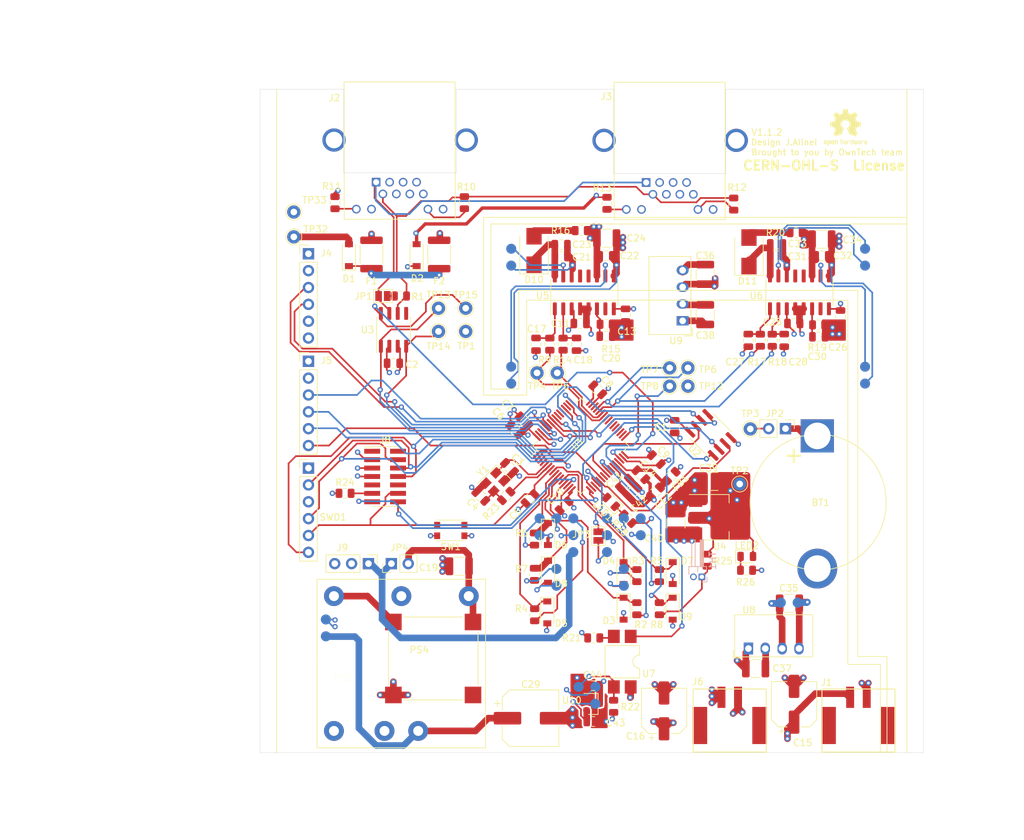
<source format=kicad_pcb>
(kicad_pcb (version 20211014) (generator pcbnew)
  (title_block (title "Digital Control Board Layout V1.1.2") (date "2021-09-23") (company "https://gitlab.laas.fr/owntech/1leg/-/tree/V1.1.2/") (comment 1 "Alinei") (comment 2 "Villa") (comment 3 "Villa") (comment 4 "GFE"))
  (layers (0 "F.Cu" signal) (1 "In1.Cu" signal) (2 "In2.Cu" signal) (31 "B.Cu" signal) (34 "B.Paste" user) (35 "F.Paste" user) (36 "B.SilkS" user "B.Silkscreen") (37 "F.SilkS" user "F.Silkscreen") (38 "B.Mask" user) (39 "F.Mask" user) (44 "Edge.Cuts" user))
  (net 0 "")
  (net 1 "+BATT")
  (net 2 "GNDD")
  (net 3 "/HRTIM1_CHB2")
  (net 4 "/HRTIM1_CHA1")
  (net 5 "/HRTIM1_CHA2")
  (net 6 "/HRTIM1_CHB1")
  (net 7 "/N_GND")
  (net 8 "/SPI3_MOSI")
  (net 9 "/CAN1_STB")
  (net 10 "/FDCAN1_RX")
  (net 11 "/USART1_TX")
  (net 12 "/Temp")
  (net 13 "/SPI3_MISO")
  (net 14 "/FDCAN1_TX")
  (net 15 "/SPI3_SCK")
  (net 16 "/EEPROM_HOLD")
  (net 17 "/EEPROM_WP")
  (net 18 "+3V3")
  (net 19 "/V_BUS_CAN")
  (net 20 "Net-(D1-Pad1)")
  (net 21 "/GND_CAN")
  (net 22 "Net-(J2-Pad8)")
  (net 23 "Net-(J2-Pad6)")
  (net 24 "/PWR_CAN1")
  (net 25 "/CAN_L")
  (net 26 "/CAN_H")
  (net 27 "Net-(J3-Pad8)")
  (net 28 "Net-(J3-Pad6)")
  (net 29 "/PWR_CAN2")
  (net 30 "Net-(JP1-Pad2)")
  (net 31 "/SPI3_CS")
  (net 32 "Net-(U3-Pad5)")
  (net 33 "Net-(BT1-Pad1)")
  (net 34 "/USART1_RX")
  (net 35 "/SPI3_CS2")
  (net 36 "Net-(J2-Pad11)")
  (net 37 "Net-(J2-Pad9)")
  (net 38 "Net-(J3-Pad11)")
  (net 39 "Net-(J3-Pad9)")
  (net 40 "Net-(C4-Pad1)")
  (net 41 "+3.3VA")
  (net 42 "/N")
  (net 43 "+5VD")
  (net 44 "+12V")
  (net 45 "GNDREF")
  (net 46 "/I1_low_mcu")
  (net 47 "/V1_low_mcu")
  (net 48 "/V2_low_mcu")
  (net 49 "/I_high_mcu")
  (net 50 "/V_high_mcu")
  (net 51 "/VI_high")
  (net 52 "/HRTIM_EEV1")
  (net 53 "/HRTIM1_FLT2")
  (net 54 "/HRTIM1_FLT1")
  (net 55 "Net-(U1-Pad4)")
  (net 56 "Net-(U1-Pad3)")
  (net 57 "Net-(U1-Pad2)")
  (net 58 "Net-(C17-Pad2)")
  (net 59 "Net-(C18-Pad1)")
  (net 60 "Net-(C20-Pad1)")
  (net 61 "/SW_Node1")
  (net 62 "Net-(C21-Pad1)")
  (net 63 "Net-(C27-Pad2)")
  (net 64 "Net-(C28-Pad1)")
  (net 65 "Net-(C30-Pad1)")
  (net 66 "/SW_Node2")
  (net 67 "Net-(C31-Pad1)")
  (net 68 "Net-(D10-Pad2)")
  (net 69 "Net-(D11-Pad2)")
  (net 70 "Net-(R21-Pad2)")
  (net 71 "/Neutral_GND_cmd")
  (net 72 "/PWM_H1")
  (net 73 "/PWM_L1")
  (net 74 "/PWM_H2")
  (net 75 "/PWM_L2")
  (net 76 "Net-(U5-Pad13)")
  (net 77 "Net-(U5-Pad12)")
  (net 78 "Net-(U5-Pad7)")
  (net 79 "Net-(U6-Pad13)")
  (net 80 "Net-(U6-Pad12)")
  (net 81 "Net-(U6-Pad7)")
  (net 82 "/I1_low_op")
  (net 83 "/V1_low_op")
  (net 84 "/I2_low_op")
  (net 85 "/V2_low_op")
  (net 86 "/I_high_op")
  (net 87 "/V_high_op")
  (net 88 "/HRTIM_EEV2")
  (net 89 "/HSE_IN")
  (net 90 "/HSE_OUT")
  (net 91 "/NRST")
  (net 92 "/STLINK_TX")
  (net 93 "/STLINK_RX")
  (net 94 "Net-(J8-Pad11)")
  (net 95 "Net-(J8-Pad10)")
  (net 96 "Net-(J8-Pad9)")
  (net 97 "/SWO")
  (net 98 "/SWCLK")
  (net 99 "/SWDIO")
  (net 100 "Net-(J8-Pad2)")
  (net 101 "Net-(J8-Pad1)")
  (net 102 "Net-(PS5-Pad4)")
  (net 103 "+5V")
  (net 104 "/I2_low_mcu")
  (net 105 "/Temp_mcu")
  (net 106 "Net-(U1-Pad26)")
  (net 107 "Net-(U1-Pad23)")
  (net 108 "/VREF1024")
  (net 109 "/DAC2")
  (net 110 "/VREF2048")
  (net 111 "Net-(U1-Pad41)")
  (net 112 "Net-(U1-Pad40)")
  (net 113 "Net-(U1-Pad39)")
  (net 114 "Net-(U1-Pad38)")
  (net 115 "Net-(U1-Pad37)")
  (net 116 "Net-(U1-Pad36)")
  (net 117 "Net-(U1-Pad35)")
  (net 118 "Net-(U1-Pad34)")
  (net 119 "/+12VD")
  (net 120 "/LED_BUILTIN")
  (net 121 "Net-(LED1-Pad1)")
  (net 122 "Net-(LED2-Pad1)")
  (net 123 "+5P")
  (net 124 "Net-(J9-Pad2)")
  (net 125 "/+5VJP")
  (net 126 "/DTR")
  (footprint "TestPoint:TestPoint_THTPad_D2.0mm_Drill1.0mm" (layer "F.Cu") (at 119.504 114.7502)
    (fp_text reference "TP12")
    (fp_text value "TestPoint")
  )
  (footprint "TestPoint:TestPoint_THTPad_D2.0mm_Drill1.0mm" (layer "F.Cu") (at 81.904 103.0002)
    (fp_text reference "TP13")
    (fp_text value "TestPoint")
  )
  (footprint "TestPoint:TestPoint_THTPad_D2.0mm_Drill1.0mm" (layer "F.Cu") (at 81.904 106.5002)
    (fp_text reference "TP14")
    (fp_text value "TestPoint")
  )
  (footprint "TestPoint:TestPoint_THTPad_D2.0mm_Drill1.0mm" (layer "F.Cu") (at 86.004 103.0002)
    (fp_text reference "TP15")
    (fp_text value "TestPoint")
  )
  (footprint "TestPoint:TestPoint_THTPad_D2.0mm_Drill1.0mm" (layer "F.Cu") (at 60.094 92.2502)
    (fp_text reference "TP32")
    (fp_text value "TestPoint")
  )
  (footprint "Capacitor_SMD:C_0805_2012Metric" (layer "F.Cu") (at 111.204 130.7002 -135)
    (fp_text reference "C42")
    (fp_text value "100nF")
  )
  (footprint "Footprints:CR2032" (layer "F.Cu") (at 139.009 132.2492 90)
    (fp_text reference "BT1")
    (fp_text value "Battery_Cell")
  )
  (footprint "Capacitor_SMD:CP_Elec_8x11.9" (layer "F.Cu") (at 95.779 164.8002)
    (fp_text reference "C29")
    (fp_text value "10uF")
  )
  (footprint "Capacitor_SMD:C_1210_3225Metric" (layer "F.Cu") (at 134.804 147.5002 180)
    (fp_text reference "C35")
    (fp_text value "10uF")
  )
  (footprint "Capacitor_SMD:C_1210_3225Metric" (layer "F.Cu") (at 122.104 97.9002 -90)
    (fp_text reference "C36")
    (fp_text value "10uF")
  )
  (footprint "Capacitor_SMD:C_1210_3225Metric" (layer "F.Cu") (at 129.704 157.3002 180)
    (fp_text reference "C37")
    (fp_text value "10uF")
  )
  (footprint "Capacitor_SMD:C_1210_3225Metric" (layer "F.Cu") (at 122.104 103.9752 -90)
    (fp_text reference "C38")
    (fp_text value "10uF")
  )
  (footprint "Capacitor_SMD:C_1210_3225Metric" (layer "F.Cu") (at 123.329 129.1002 180)
    (fp_text reference "C39")
    (fp_text value "10uF")
  )
  (footprint "Capacitor_SMD:C_1210_3225Metric" (layer "F.Cu") (at 117.704 135.4252 90)
    (fp_text reference "C40")
    (fp_text value "10uF")
  )
  (footprint "Jumper:SolderJumper-2_P1.3mm_Open_Pad1.0x1.5mm" (layer "F.Cu") (at 106.004 137.3502 -90)
    (fp_text reference "JP3")
    (fp_text value "SolderJumper_2_Open")
  )
  (footprint "Resistor_SMD:R_0805_2012Metric" (layer "F.Cu") (at 110.449235 134.745435 -45)
    (fp_text reference "R28")
    (fp_text value "330")
  )
  (footprint "Resistor_SMD:R_0805_2012Metric" (layer "F.Cu") (at 92.104 131.3002 45)
    (fp_text reference "R23")
    (fp_text value "220")
  )
  (footprint "Footprints:SOIC-16_3.9x9.9mm_P1.27mm" (layer "F.Cu") (at 103.884 100.6202 90)
    (fp_text reference "U5")
    (fp_text value "UCC21222DR")
  )
  (footprint "Footprints:SOIC-8_3.9x4.9mm_P1.27mm" (layer "F.Cu") (at 122.904 122.1002 135)
    (fp_text reference "U2")
    (fp_text value "AT25xxx")
  )
  (footprint "Footprints:PQDE6W-Q110-S5-D" (layer "F.Cu") (at 76.304 156.5602 90)
    (fp_text reference "PS4")
    (fp_text value "PQDE6W-Q110-S5-D")
  )
  (footprint "Footprints:ethernet_RJE721881411" (layer "F.Cu") (at 72.504 84.0002)
    (fp_text reference "J2")
    (fp_text value "RJ45_LED_Shielded")
  )
  (footprint "LED_SMD:LED_0805_2012Metric" (layer "F.Cu") (at 107.904 132.2002 135)
    (fp_text reference "LED1")
    (fp_text value "LED")
  )
  (footprint "TestPoint:TestPoint_THTPad_D2.0mm_Drill1.0mm" (layer "F.Cu") (at 128.904 121.2002)
    (fp_text reference "TP3")
    (fp_text value "TestPoint")
  )
  (footprint "TestPoint:TestPoint_THTPad_D2.0mm_Drill1.0mm" (layer "F.Cu") (at 96.754 112.7502)
    (fp_text reference "TP4")
    (fp_text value "TestPoint")
  )
  (footprint "TestPoint:TestPoint_THTPad_D2.0mm_Drill1.0mm" (layer "F.Cu") (at 99.804 112.7502)
    (fp_text reference "TP5")
    (fp_text value "TestPoint")
  )
  (footprint "Connector_PinHeader_2.54mm:PinHeader_1x06_P2.54mm_Vertical" (layer "F.Cu") (at 62.304 111.0002)
    (fp_text reference "J5")
    (fp_text value "Conn_01x06_Male")
  )
  (footprint "Symbol:OSHW-Logo2_7.3x6mm_SilkScreen" (layer "F.Cu") (at 143.254 75.7502)
    (fp_text reference "REF**" hide)
    (fp_text value "OSHW-Logo2_7.3x6mm_SilkScreen" hide)
  )
  (footprint "Capacitor_SMD:C_0805_2012Metric" (layer "F.Cu") (at 117.504 120.8502 -90)
    (fp_text reference "C1")
    (fp_text value "100nF")
  )
  (footprint "Capacitor_SMD:C_0805_2012Metric" (layer "F.Cu") (at 75.104 111.3002 180)
    (fp_text reference "C2")
    (fp_text value "100nF")
  )
  (footprint "Resistor_SMD:R_0805_2012Metric" (layer "F.Cu") (at 76.174 101.1602)
    (fp_text reference "R1")
    (fp_text value "120")
  )
  (footprint "Connector_PinHeader_2.54mm:PinHeader_1x02_P2.54mm_Vertical" (layer "F.Cu") (at 134.209 121.1492 -90)
    (fp_text reference "JP2")
    (fp_text value "Jumper")
  )
  (footprint "Diode_SMD:D_SOD-123" (layer "F.Cu") (at 68.404 95.0002 90)
    (fp_text reference "D1")
    (fp_text value "RBR2MM60ATFTR")
  )
  (footprint "Diode_SMD:D_SOD-123" (layer "F.Cu") (at 78.604 95.0002 90)
    (fp_text reference "D2")
    (fp_text value "RBR2MM60ATFTR")
  )
  (footprint "Resistor_SMD:R_0805_2012Metric" (layer "F.Cu") (at 85.804 87.0877 -90)
    (fp_text reference "R10")
    (fp_text value "330")
  )
  (footprint "Resistor_SMD:R_0805_2012Metric" (layer "F.Cu") (at 66.304 87.1002 -90)
    (fp_text reference "R11")
    (fp_text value "3000")
  )
  (footprint "Resistor_SMD:R_0805_2012Metric" (layer "F.Cu") (at 126.404 87.3002 -90)
    (fp_text reference "R12")
    (fp_text value "330")
  )
  (footprint "Jumper:SolderJumper-2_P1.3mm_Open_Pad1.0x1.5mm" (layer "F.Cu") (at 73.524 101.1602)
    (fp_text reference "JP1")
    (fp_text value "Jumper")
  )
  (footprint "Fuse:Fuse_1812_4532Metric" (layer "F.Cu") (at 71.804 94.9002 90)
    (fp_text reference "F1")
    (fp_text value "0ZCJ0050AF2E")
  )
  (footprint "Fuse:Fuse_1812_4532Metric" (layer "F.Cu") (at 82.004 94.9002 -90)
    (fp_text reference "F2")
    (fp_text value "0ZCJ0050AF2E")
  )
  (footprint "Capacitor_SMD:C_0805_2012Metric" (layer "F.Cu") (at 92.604 127.0002 -45)
    (fp_text reference "C3")
    (fp_text value "12pF")
  )
  (footprint "Capacitor_SMD:C_0805_2012Metric" (layer "F.Cu") (at 88.275751 131.371951 135)
    (fp_text reference "C4")
    (fp_text value "12pF")
  )
  (footprint "Capacitor_SMD:C_0805_2012Metric" (layer "F.Cu") (at 95.704 131.7002 -135)
    (fp_text reference "C5")
    (fp_text value "100nF")
  )
  (footprint "Capacitor_SMD:C_0805_2012Metric" (layer "F.Cu") (at 93.404 121.3002 135)
    (fp_text reference "C6")
    (fp_text value "4,7uF")
  )
  (footprint "Capacitor_SMD:C_0805_2012Metric" (layer "F.Cu") (at 94.802249 119.978449 135)
    (fp_text reference "C7")
    (fp_text value "100nF")
  )
  (footprint "Capacitor_SMD:C_0805_2012Metric" (layer "F.Cu") (at 105.904 115.3002 -45)
    (fp_text reference "C8")
    (fp_text value "100nF")
  )
  (footprint "Capacitor_SMD:C_0805_2012Metric" (layer "F.Cu") (at 114.732249 125.828449 -45)
    (fp_text reference "C9")
    (fp_text value "100nF")
  )
  (footprint "Capacitor_SMD:C_0805_2012Metric" (layer "F.Cu") (at 100.832249 132.771951 -135)
    (fp_text reference "C10")
    (fp_text value "100nF")
  )
  (footprint "Capacitor_SMD:C_0805_2012Metric" (layer "F.Cu") (at 114.604 130.7002 -135)
    (fp_text reference "C12")
    (fp_text value "1µF")
  )
  (footprint "Resistor_SMD:R_0805_2012Metric" (layer "F.Cu") (at 111.804 143.3127 -90)
    (fp_text reference "R3")
    (fp_text value "100")
  )
  (footprint "Resistor_SMD:R_0805_2012Metric" (layer "F.Cu") (at 115.204 143.3127 -90)
    (fp_text reference "R5")
    (fp_text value "100")
  )
  (footprint "Resistor_SMD:R_0805_2012Metric" (layer "F.Cu") (at 96.374 143.1127 -90)
    (fp_text reference "R7")
    (fp_text value "100")
  )
  (footprint "Package_TO_SOT_SMD:SOT-223-3_TabPin2" (layer "F.Cu") (at 123.804 134.5002)
    (fp_text reference "U4")
    (fp_text value "AP1117-33")
  )
  (footprint "Diode_SMD:D_SOD-123" (layer "F.Cu") (at 109.804 148.3002 -90)
    (fp_text reference "D3")
    (fp_text value "3.3V")
  )
  (footprint "Diode_SMD:D_SOD-123" (layer "F.Cu") (at 109.804 142.9302 -90)
    (fp_text reference "D4")
    (fp_text value "3.3V")
  )
  (footprint "Diode_SMD:D_SOD-123" (layer "F.Cu") (at 98.304 148.8502 -90)
    (fp_text reference "D5")
    (fp_text value "3.3V")
  )
  (footprint "Diode_SMD:D_SOD-123" (layer "F.Cu") (at 98.404 137.0502 -90)
    (fp_text reference "D6")
    (fp_text value "3.3V")
  )
  (footprint "Diode_SMD:D_SOD-123" (layer "F.Cu") (at 117.214 142.9302 -90)
    (fp_text reference "D7")
    (fp_text value "3.3V")
  )
  (footprint "Diode_SMD:D_SOD-123" (layer "F.Cu") (at 98.414 142.7302 -90)
    (fp_text reference "D8")
    (fp_text value "3.3V")
  )
  (footprint "Diode_SMD:D_SOD-123" (layer "F.Cu") (at 117.204 148.3002 -90)
    (fp_text reference "D9")
    (fp_text value "3.3V")
  )
  (footprint "Resistor_SMD:R_0805_2012Metric" (layer "F.Cu") (at 117.004 128.3002 45)
    (fp_text reference "FB1")
    (fp_text value "100Ohm @ 100MHz")
  )
  (footprint "Resistor_SMD:R_0805_2012Metric" (layer "F.Cu") (at 111.804 148.3002 -90)
    (fp_text reference "R2")
    (fp_text value "100")
  )
  (footprint "Resistor_SMD:R_0805_2012Metric" (layer "F.Cu") (at 96.404 149.2127 -90)
    (fp_text reference "R4")
    (fp_text value "100")
  )
  (footprint "Resistor_SMD:R_0805_2012Metric" (layer "F.Cu") (at 96.374 137.8002 -90)
    (fp_text reference "R6")
    (fp_text value "100")
  )
  (footprint "Resistor_SMD:R_0805_2012Metric" (layer "F.Cu") (at 115.204 148.3002 -90)
    (fp_text reference "R8")
    (fp_text value "100")
  )
  (footprint "Capacitor_SMD:C_0805_2012Metric" (layer "F.Cu") (at 103.254 105.3002)
    (fp_text reference "C11")
    (fp_text value "100nF")
  )
  (footprint "Capacitor_SMD:C_0805_2012Metric" (layer "F.Cu") (at 110.104 104.0502 -90)
    (fp_text reference "C13")
    (fp_text value "100nF")
  )
  (footprint "Capacitor_SMD:C_0805_2012Metric" (layer "F.Cu") (at 96.604 108.4402 90)
    (fp_text reference "C17")
    (fp_text value "33pF")
  )
  (footprint "Capacitor_SMD:C_0805_2012Metric" (layer "F.Cu") (at 102.704 108.4402 -90)
    (fp_text reference "C18")
    (fp_text value "33pF")
  )
  (footprint "Capacitor_SMD:C_0805_2012Metric" (layer "F.Cu") (at 107.154 107.2202)
    (fp_text reference "C20")
    (fp_text value "100nF")
  )
  (footprint "Capacitor_SMD:C_0805_2012Metric" (layer "F.Cu") (at 100.384 95.2202)
    (fp_text reference "C21")
    (fp_text value "100nF")
  )
  (footprint "Capacitor_SMD:C_0805_2012Metric" (layer "F.Cu") (at 107.154 95.1002)
    (fp_text reference "C22")
    (fp_text value "100nF")
  )
  (footprint "Capacitor_SMD:C_0805_2012Metric" (layer "F.Cu") (at 100.384 93.4202)
    (fp_text reference "C23")
    (fp_text value "1uF")
  )
  (footprint "Capacitor_SMD:C_1210_3225Metric" (layer "F.Cu") (at 107.259 92.4502)
    (fp_text reference "C24")
    (fp_text value "10uF")
  )
  (footprint "Capacitor_SMD:C_0805_2012Metric" (layer "F.Cu") (at 135.454 105.3002)
    (fp_text reference "C25")
    (fp_text value "100nF")
  )
  (footprint "Capacitor_SMD:C_0805_2012Metric" (layer "F.Cu") (at 142.504 104.3002 -90)
    (fp_text reference "C26")
    (fp_text value "100nF")
  )
  (footprint "Capacitor_SMD:C_0805_2012Metric" (layer "F.Cu") (at 128.604 107.8502 90)
    (fp_text reference "C27")
    (fp_text value "33pF")
  )
  (footprint "Capacitor_SMD:C_0805_2012Metric" (layer "F.Cu") (at 134.014 107.8502 -90)
    (fp_text reference "C28")
    (fp_text value "33pF")
  )
  (footprint "Capacitor_SMD:C_0805_2012Metric" (layer "F.Cu") (at 139.2215 107.3102)
    (fp_text reference "C30")
    (fp_text value "100nF")
  )
  (footprint "Capacitor_SMD:C_0805_2012Metric" (layer "F.Cu") (at 132.864 95.1102)
    (fp_text reference "C31")
    (fp_text value "100nF")
  )
  (footprint "Capacitor_SMD:C_0805_2012Metric" (layer "F.Cu") (at 139.704 95.1002)
    (fp_text reference "C32")
    (fp_text value "100nF")
  )
  (footprint "Capacitor_SMD:C_0805_2012Metric" (layer "F.Cu") (at 132.864 93.3102)
    (fp_text reference "C33")
    (fp_text value "1uF")
  )
  (footprint "Capacitor_SMD:C_1210_3225Metric" (layer "F.Cu") (at 139.689 92.6002)
    (fp_text reference "C34")
    (fp_text value "10uF")
  )
  (footprint "Diode_SMD:D_SMB" (layer "F.Cu") (at 96.304 94.3002 90)
    (fp_text reference "D10")
    (fp_text value "STTH4R02U")
  )
  (footprint "Diode_SMD:D_SMB" (layer "F.Cu") (at 128.704 94.5002 90)
    (fp_text reference "D11")
    (fp_text value "STTH4R02U")
  )
  (footprint "Resistor_SMD:R_0805_2012Metric" (layer "F.Cu") (at 98.684 108.4202 90)
    (fp_text reference "R9")
    (fp_text value "51")
  )
  (footprint "Resistor_SMD:R_0805_2012Metric" (layer "F.Cu") (at 100.684 108.4202 90)
    (fp_text reference "R14")
    (fp_text value "51")
  )
  (footprint "Resistor_SMD:R_0805_2012Metric" (layer "F.Cu") (at 107.1715 105.4202 180)
    (fp_text reference "R15")
    (fp_text value "20k")
  )
  (footprint "Resistor_SMD:R_0805_2012Metric" (layer "F.Cu") (at 103.4165 91.3002)
    (fp_text reference "R16")
    (fp_text value "2.2")
  )
  (footprint "Resistor_SMD:R_0805_2012Metric" (layer "F.Cu") (at 132.214 107.8302 90)
    (fp_text reference "R18")
    (fp_text value "51")
  )
  (footprint "Resistor_SMD:R_0805_2012Metric" (layer "F.Cu") (at 139.2015 105.5102 180)
    (fp_text reference "R19")
    (fp_text value "20k")
  )
  (footprint "Resistor_SMD:R_0805_2012Metric" (layer "F.Cu") (at 135.8165 91.6002)
    (fp_text reference "R20")
    (fp_text value "2.2")
  )
  (footprint "Resistor_SMD:R_0805_2012Metric" (layer "F.Cu") (at 105.304 152.7002)
    (fp_text reference "R21")
    (fp_text value "51")
  )
  (footprint "Resistor_SMD:R_0805_2012Metric" (layer "F.Cu") (at 108.304 163.0127 90)
    (fp_text reference "R22")
    (fp_text value "1k")
  )
  (footprint "Package_DIP:SMDIP-4_W7.62mm" (layer "F.Cu") (at 109.604 156.2802 -90)
    (fp_text reference "U7")
    (fp_text value "SFH617A-2X009T")
  )
  (footprint "Crystal:Crystal_SMD_3225-4Pin_3.2x2.5mm" (layer "F.Cu") (at 90.404 129.2002 -135)
    (fp_text reference "Y1")
    (fp_text value "ECS-240-10-33-AGM-TR   - 24MHz")
  )
  (footprint "Resistor_SMD:R_0805_2012Metric" (layer "F.Cu") (at 130.414 107.8302 90)
    (fp_text reference "R17")
    (fp_text value "51")
  )
  (footprint "Connector_PinHeader_1.27mm:PinHeader_2x07_P1.27mm_Vertical_SMD" (layer "F.Cu") (at 73.854 128.3702)
    (fp_text reference "J8")
    (fp_text value "Conn_02x07_Odd_Even")
  )
  (footprint "Resistor_SMD:R_0805_2012Metric" (layer "F.Cu") (at 67.8165 130.9002)
    (fp_text reference "R24")
    (fp_text value "100")
  )
  (footprint "Connector_PinHeader_2.54mm:PinHeader_1x06_P2.54mm_Vertical" (layer "F.Cu") (at 62.304 127.1002)
    (fp_text reference "SWD1")
    (fp_text value "Conn_01x06_Female")
  )
  (footprint "Resistor_SMD:R_0805_2012Metric" (layer "F.Cu") (at 107.304 87.1877 -90)
    (fp_text reference "R13")
    (fp_text value "3000")
  )
  (footprint "Capacitor_SMD:CP_Elec_6.3x7.7" (layer "F.Cu") (at 135.504 162.7002 90)
    (fp_text reference "C15")
    (fp_text value "47uF")
  )
  (footprint "Capacitor_SMD:CP_Elec_6.3x7.7" (layer "F.Cu") (at 115.904 163.7002 90)
    (fp_text reference "C16")
    (fp_text value "47uF")
  )
  (footprint "Button_Switch_SMD:SW_Push_1P1T_NO_CK_KMR2" (layer "F.Cu") (at 83.754 136.5002 180)
    (fp_text reference "SW1")
    (fp_text value "SW_Push")
  )
  (footprint "Resistor_SMD:R_0805_2012Metric" (layer "F.Cu") (at 122.404 140.9877 90)
    (fp_text reference "R25")
    (fp_text value "20k")
  )
  (footprint "Capacitor_SMD:C_1210_3225Metric" (layer "F.Cu") (at 85.029 141.9002 180)
    (fp_text reference "C19")
    (fp_text value "10uF")
  )
  (footprint "Capacitor_SMD:C_0805_2012Metric" (layer "F.Cu") (at 112.404 128.1002 -45)
    (fp_text reference "C14")
    (fp_text value "10nF")
  )
  (footprint "Footprints:PTSM-0,5-2-HH0-SMD" (layer "F.Cu") (at 125.804 165.9002)
    (fp_text reference "J6")
    (fp_text value "Conn_01x02")
  )
  (footprint "Footprints:PTSM-0,5-2-HH0-SMD" (layer "F.Cu") (at 145.204 165.9002)
    (fp_text reference "J1")
    (fp_text value "Conn_01x02")
  )
  (footprint "Footprints:SOIC-8_3.9x4.9mm_P1.27mm" (layer "F.Cu") (at 75.124 106.2602 90)
    (fp_text reference "U3")
    (fp_text value "TCAN334GDR")
  )
  (footprint "Package_QFP:LQFP-64_10x10mm_P0.5mm" (layer "F.Cu") (at 103.364 123.7602 45)
    (fp_text reference "U1")
    (fp_text value "STM32G474RE")
  )
  (footprint "TestPoint:TestPoint_THTPad_D2.0mm_Drill1.0mm" (layer "F.Cu") (at 86.004 106.5002)
    (fp_text reference "TP1")
    (fp_text value "TestPoint")
  )
  (footprint "TestPoint:TestPoint_THTPad_D2.0mm_Drill1.0mm" (layer "F.Cu") (at 127.304 129.5002 180)
    (fp_text reference "TP2")
    (fp_text value "TestPoint")
  )
  (footprint "TestPoint:TestPoint_THTPad_D2.0mm_Drill1.0mm" (layer "F.Cu") (at 119.504 112.0002 180)
    (fp_text reference "TP6")
    (fp_text value "TestPoint")
  )
  (footprint "TestPoint:TestPoint_THTPad_D2.0mm_Drill1.0mm" (layer "F.Cu") (at 116.754 112.0002 180)
    (fp_text reference "TP7")
    (fp_text value "TestPoint")
  )
  (footprint "TestPoint:TestPoint_THTPad_D2.0mm_Drill1.0mm" (layer "F.Cu") (at 116.754 114.7502)
    (fp_text reference "TP8")
    (fp_text value "TestPoint")
  )
  (footprint "Converter_DCDC:Converter_DCDC_muRata_CRE1xxxxxx3C_THT" (layer "F.Cu") (at 128.624 154.3002 90)
    (fp_text reference "U8")
    (fp_text value "RFM-0505s")
  )
  (footprint "Resistor_SMD:R_0805_2012Metric" (layer "F.Cu") (at 128.334 142.5002)
    (fp_text reference "R26")
    (fp_text value "330")
  )
  (footprint "TestPoint:TestPoint_THTPad_D2.0mm_Drill1.0mm" (layer "F.Cu") (at 60.094 88.5002)
    (fp_text reference "TP33")
    (fp_text value "TestPoint")
  )
  (footprint "Converter_DCDC:Converter_DCDC_muRata_CRE1xxxxxx3C_THT" (layer "F.Cu") (at 118.704 104.9002 180)
    (fp_text reference "U9")
    (fp_text value "CME0512S3C")
  )
  (footprint "Capacitor_SMD:C_0805_2012Metric" (layer "F.Cu") (at 109.932249 129.371951 -135)
    (fp_text reference "C41")
    (fp_text value "1µF")
  )
  (footprint "LED_SMD:LED_0805_2012Metric" (layer "F.Cu") (at 128.374 140.4152)
    (fp_text reference "LED2")
    (fp_text value "PWR")
  )
  (footprint "Footprints:CONV_VXO78012-500-M" (layer "F.Cu") (at 81.104 155.8002 90)
    (fp_text reference "PS5")
    (fp_text value "VXO78xxx")
  )
  (footprint "Footprints:SOIC-16_3.9x9.9mm_P1.27mm" (layer "F.Cu") (at 136.314 100.6102 90)
    (fp_text reference "U6")
    (fp_text value "UCC21222DR")
  )
  (footprint "Footprints:ethernet_RJE721881411" (layer "F.Cu") (at 113.204 84.0502)
    (fp_text reference "J3")
    (fp_text value "RJ45_LED_Shielded")
  )
  (footprint "Connector_PinHeader_2.54mm:PinHeader_1x02_P2.54mm_Vertical" (layer "F.Cu") (at 74.804 141.5002 90)
    (fp_text reference "JP4")
    (fp_text value "Jumper")
  )
  (footprint "Connector_PinHeader_2.54mm:PinHeader_1x06_P2.54mm_Vertical" (layer "F.Cu") (at 62.304 94.8002)
    (fp_text reference "J4")
    (fp_text value "Conn_01x06_Male")
  )
  (footprint "Footprints:3D_Footprint_Power" (layer "F.Cu") (at 55.004 70.0002)
    (fp_text reference "J7" hide)
    (fp_text value "Power")
  )
  (footprint "Connector_PinHeader_2.54mm:PinHeader_1x03_P2.54mm_Vertical" (layer "F.Cu") (at 71.344 141.5002 -90)
    (fp_text reference "J9")
    (fp_text value "Conn_01x03")
  )
  (footprint "Package_TO_SOT_SMD:SOT-23" (layer "F.Cu") (at 105.204 162.6502)
    (fp_text reference "U10")
    (fp_text value "MCP1799T-5002H/TT")
  )
  (footprint "Capacitor_SMD:C_0805_2012Metric" (layer "F.Cu") (at 105.204 159.9002 180)
    (fp_text reference "C44")
    (fp_text value "1µF")
  )
  (footprint "Capacitor_SMD:C_0805_2012Metric" (layer "F.Cu") (at 105.204 165.3002)
    (fp_text reference "C43")
    (fp_text value "1µF")
  )
  (footprint "Connector_PinHeader_1.27mm:PinHeader_1x02_P1.27mm_Horizontal" (layer "B.Cu") (at 121.604 143.5002 90)
    (fp_text reference "TH1")
    (fp_text value "NXFT15XH103FA2B100 ")
  )
  (gr_line (start 152.504 170.0002) (end 152.504 70.0002) (layer "F.SilkS") (width 0.12))
  (gr_line (start 57.504 170.0002) (end 57.504 70.0002) (layer "F.SilkS") (width 0.12))
  (gr_line (start 95.204 101.8002) (end 143.604 101.8002) (layer "F.SilkS") (width 0.12))
  (gr_line (start 143.604 101.8002) (end 143.604 156.7002) (layer "F.SilkS") (width 0.12))
  (gr_line (start 94.104 100.3002) (end 145.104 100.3002) (layer "F.SilkS") (width 0.12))
  (gr_line (start 95.204 101.8002) (end 95.204 116.1002) (layer "F.SilkS") (width 0.12))
  (gr_line (start 94.004 100.3002) (end 94.004 115.2002) (layer "F.SilkS") (width 0.12))
  (gr_line (start 145.104 100.3002) (end 145.104 155.5002) (layer "F.SilkS") (width 0.12))
  (gr_line (start 88.704 116.1002) (end 95.204 116.1002) (layer "F.SilkS") (width 0.12))
  (gr_line (start 89.804 115.2002) (end 94.004 115.2002) (layer "F.SilkS") (width 0.12))
  (gr_line (start 89.804 90.3002) (end 89.804 115.2002) (layer "F.SilkS") (width 0.12))
  (gr_line (start 88.704 89.3002) (end 88.704 116.1002) (layer "F.SilkS") (width 0.12))
  (gr_line (start 88.704 89.3002) (end 152.504 89.3002) (layer "F.SilkS") (width 0.12))
  (gr_line (start 89.804 90.3002) (end 152.504 90.3002) (layer "F.SilkS") (width 0.12))
  (gr_line (start 145.104 155.5002) (end 149.504 155.5002) (layer "F.SilkS") (width 0.12))
  (gr_line (start 143.704 156.7002) (end 148.504 156.7002) (layer "F.SilkS") (width 0.12))
  (gr_line (start 148.504 156.7002) (end 148.504 169.9002) (layer "F.SilkS") (width 0.12))
  (gr_line (start 149.504 155.5002) (end 149.504 169.9002) (layer "F.SilkS") (width 0.12))
  (gr_line (start 55.004 70.0002) (end 55.004 170.0002) (layer "Edge.Cuts") (width 0.05))
  (gr_line (start 155.004 170.0002) (end 155.004 70.0002) (layer "Edge.Cuts") (width 0.05))
  (gr_line (start 55.004 170.0002) (end 155.004 170.0002) (layer "Edge.Cuts") (width 0.05))
  (gr_line (start 55.004 70.0002) (end 67.604 70.0002) (layer "Edge.Cuts") (width 0.05))
  (gr_line (start 67.604 70.0002) (end 67.604 82.6002) (layer "Edge.Cuts") (width 0.05))
  (gr_line (start 67.604 82.6002) (end 84.604 82.6002) (layer "Edge.Cuts") (width 0.05))
  (gr_line (start 84.604 82.6002) (end 84.604 70.0002) (layer "Edge.Cuts") (width 0.05))
  (gr_line (start 108.304 70.0002) (end 108.304 82.7002) (layer "Edge.Cuts") (width 0.05))
  (gr_line (start 108.304 82.7002) (end 125.204 82.7002) (layer "Edge.Cuts") (width 0.05))
  (gr_line (start 125.204 82.7002) (end 125.204 70.0002) (layer "Edge.Cuts") (width 0.05))
  (gr_line (start 125.204 70.0002) (end 155.004 70.0002) (layer "Edge.Cuts") (width 0.05))
  (gr_line (start 84.604 70.0002) (end 108.304 70.0002) (layer "Edge.Cuts") (width 0.05))
  (gr_text "Brought to you by OwnTech team" (at 140.504 79.5002) (layer "F.SilkS") (effects (font (size 0.9 0.9))))
  (gr_text "CERN-OHL-S  License\n" (at 140.004 81.5002) (layer "F.SilkS") (effects (font (size 1.4 1.4) (thickness 0.3))))
  (gr_text "Design J.Alinei\n" (at 134.004 78.0002) (layer "F.SilkS") (effects (font (size 0.9 0.9))))
  (gr_text "V1.1.2\n" (at 131.404 76.5002) (layer "F.SilkS") (effects (font (size 1 1))))
  (segment (start 96.699519 125.121381) (end 97.320699 124.500201) (width 0.25) (layer "F.Cu") (net 1))
  (segment (start 97.320699 124.500201) (end 98.121765 124.500201) (width 0.25) (layer "F.Cu") (net 1))
  (segment (start 98.121765 124.500201) (end 99.521764 125.9002) (width 0.25) (layer "F.Cu") (net 1))
  (segment (start 99.521764 125.9002) (end 100.604 125.9002) (width 0.25) (layer "F.Cu") (net 1))
  (segment (start 100.604 125.9002) (end 101.473875 126.770075) (width 0.25) (layer "F.Cu") (net 1))
  (segment (start 101.473875 126.770075) (end 101.473875 126.77519) (width 0.25) (layer "F.Cu") (net 1))
  (segment (start 131.669 121.1492) (end 128.955 121.1492) (width 0.25) (layer "F.Cu") (net 1))
  (segment (start 128.955 121.1492) (end 128.904 121.2002) (width 0.25) (layer "F.Cu") (net 1))
  (via (at 101.473875 126.77519) (size 0.8) (drill 0.4) (layers "F.Cu" "B.Cu") (net 1))
  (segment (start 75.104 150.3002) (end 71.204 146.4002) (width 1) (layer "F.Cu") (net 2))
  (segment (start 82.704 141.9002) (end 82.504 141.7002) (width 1) (layer "F.Cu") (net 2))
  (segment (start 83.554 141.9002) (end 83.304 141.9002) (width 1) (layer "F.Cu") (net 2))
  (segment (start 83.304 141.9002) (end 82.504 142.7002) (width 1) (layer "F.Cu") (net 2))
  (segment (start 83.554 141.9002) (end 83.554 141.7502) (width 1) (layer "F.Cu") (net 2))
  (segment (start 98.304 151.50019) (end 98.204 151.60019) (width 0.25) (layer "F.Cu") (net 2))
  (segment (start 98.304 150.5002) (end 98.304 151.50019) (width 0.25) (layer "F.Cu") (net 2))
  (segment (start 109.804 149.9502) (end 109.804 148.9002) (width 0.25) (layer "F.Cu") (net 2))
  (segment (start 109.804 144.5802) (end 109.484 144.9002) (width 0.25) (layer "F.Cu") (net 2))
  (segment (start 109.484 144.9002) (end 108.203996 144.9002) (width 0.25) (layer "F.Cu") (net 2))
  (segment (start 108.203996 144.9002) (end 107.803996 144.5002) (width 0.25) (layer "F.Cu") (net 2))
  (segment (start 117.214 143.310206) (end 117.204 143.300206) (width 0.25) (layer "F.Cu") (net 2))
  (segment (start 117.214 144.5802) (end 117.214 143.310206) (width 0.25) (layer "F.Cu") (net 2))
  (segment (start 98.404001 137.700199) (end 98.804 137.3002) (width 0.5) (layer "F.Cu") (net 2))
  (segment (start 98.404 138.7002) (end 98.404001 137.700199) (width 0.5) (layer "F.Cu") (net 2))
  (segment (start 98.414 144.3802) (end 97.824 144.3802) (width 0.25) (layer "F.Cu") (net 2))
  (segment (start 97.824 144.3802) (end 96.754 145.4502) (width 0.25) (layer "F.Cu") (net 2))
  (segment (start 117.204 149.8002) (end 117.204 150.9002) (width 0.25) (layer "F.Cu") (net 2))
  (segment (start 111.09447 135.39067) (end 113.31353 135.39067) (width 0.25) (layer "F.Cu") (net 2))
  (segment (start 113.31353 135.39067) (end 114.004 134.7002) (width 0.25) (layer "F.Cu") (net 2))
  (segment (start 100.416338 131.304056) (end 100.416338 133.800794) (width 0.25) (layer "F.Cu") (net 2))
  (segment (start 101.649266 130.071128) (end 100.416338 131.304056) (width 0.25) (layer "F.Cu") (net 2))
  (segment (start 100.416338 133.800794) (end 100.915998 134.300454) (width 0.25) (layer "F.Cu") (net 2))
  (segment (start 98.404 138.7002) (end 98.254 138.7002) (width 0.25) (layer "F.Cu") (net 2))
  (segment (start 129.2465 142.5002) (end 130.604 142.5002) (width 0.25) (layer "F.Cu") (net 2))
  (segment (start 120.404 143.5702) (end 120.334 143.5002) (width 0.25) (layer "F.Cu") (net 2))
  (segment (start 115.404 126.5002) (end 116.004 125.9002) (width 0.25) (layer "F.Cu") (net 2))
  (segment (start 116.004 125.9002) (end 116.604 125.9002) (width 0.25) (layer "F.Cu") (net 2))
  (segment (start 113.075751 128.771951) (end 113.804 129.5002) (width 0.5) (layer "F.Cu") (net 2))
  (segment (start 113.804 129.5002) (end 113.804 130.7002) (width 0.5) (layer "F.Cu") (net 2))
  (segment (start 113.804 130.7002) (end 113.532249 130.971951) (width 0.5) (layer "F.Cu") (net 2))
  (segment (start 113.532249 130.971951) (end 113.532249 131.028449) (width 0.5) (layer "F.Cu") (net 2))
  (segment (start 113.532249 131.028449) (end 114.404 131.9002) (width 0.5) (layer "F.Cu") (net 2))
  (segment (start 110.532249 131.371951) (end 111.660498 132.5002) (width 1) (layer "F.Cu") (net 2))
  (segment (start 111.660498 132.5002) (end 112.732249 132.5002) (width 1) (layer "F.Cu") (net 2))
  (segment (start 112.732249 132.5002) (end 113.532249 131.7002) (width 1) (layer "F.Cu") (net 2))
  (segment (start 109.260498 130.043702) (end 109.260498 130.1002) (width 1) (layer "F.Cu") (net 2))
  (segment (start 109.260498 130.1002) (end 110.532249 131.371951) (width 1) (layer "F.Cu") (net 2))
  (segment (start 108.260714 126.889148) (end 109.260498 127.888932) (width 0.25) (layer "F.Cu") (net 2))
  (segment (start 109.260498 127.888932) (end 109.260498 128.356698) (width 0.25) (layer "F.Cu") (net 2))
  (segment (start 109.260498 128.356698) (end 109.260498 130.043702) (width 0.25) (layer "F.Cu") (net 2))
  (segment (start 111.09447 135.39067) (end 110.51353 135.39067) (width 0.25) (layer "F.Cu") (net 2))
  (segment (start 109.674928 125.474934) (end 110.300194 126.1002) (width 0.25) (layer "F.Cu") (net 2))
  (segment (start 110.300194 126.1002) (end 112.204 126.1002) (width 0.25) (layer "F.Cu") (net 2))
  (segment (start 112.204 126.1002) (end 112.804 126.7002) (width 0.25) (layer "F.Cu") (net 2))
  (segment (start 112.804 126.7002) (end 114.804 126.7002) (width 0.25) (layer "F.Cu") (net 2))
  (segment (start 114.804 126.7002) (end 115.004 126.9002) (width 0.25) (layer "F.Cu") (net 2))
  (segment (start 113.904336 131.48754) (end 113.99134 131.48754) (width 0.25) (layer "F.Cu") (net 2))
  (segment (start 113.99134 131.48754) (end 114.404 131.9002) (width 0.25) (layer "F.Cu") (net 2))
  (segment (start 122.104 105.4502) (end 121.554 104.9002) (width 1) (layer "F.Cu") (net 2))
  (segment (start 121.554 104.9002) (end 120.304 104.9002) (width 1) (layer "F.Cu") (net 2))
  (segment (start 120.304 104.9002) (end 118.704 104.9002) (width 1) (layer "F.Cu") (net 2))
  (segment (start 128.229 157.3002) (end 128.104 157.3002) (width 1) (layer "F.Cu") (net 2))
  (segment (start 128.104 157.3002) (end 126.904 156.1002) (width 1) (layer "F.Cu") (net 2))
  (segment (start 128.681 154.4942) (end 128.229 154.9462) (width 1) (layer "F.Cu") (net 2))
  (segment (start 128.229 154.9462) (end 128.229 157.1712) (width 1) (layer "F.Cu") (net 2))
  (segment (start 102.704 109.3902) (end 104.094 109.3902) (width 0.25) (layer "F.Cu") (net 2))
  (segment (start 104.094 109.3902) (end 104.104 109.4002) (width 0.25) (layer "F.Cu") (net 2))
  (segment (start 96.604 110.3002) (end 96.504 110.4002) (width 0.25) (layer "F.Cu") (net 2))
  (segment (start 96.604 109.3902) (end 96.604 110.3002) (width 0.25) (layer "F.Cu") (net 2))
  (segment (start 77.353998 96.6502) (end 77.253998 96.7502) (width 0.25) (layer "F.Cu") (net 2))
  (segment (start 78.604 96.6502) (end 77.353998 96.6502) (width 0.25) (layer "F.Cu") (net 2))
  (segment (start 95.032249 132.371951) (end 94.104 133.3002) (width 0.25) (layer "F.Cu") (net 2))
  (segment (start 94.104 133.3002) (end 93.904002 133.3002) (width 0.25) (layer "F.Cu") (net 2))
  (segment (start 92.732249 118.95334) (end 92.704 118.925091) (width 0.25) (layer "F.Cu") (net 2))
  (segment (start 92.732249 120.628449) (end 92.732249 118.95334) (width 0.25) (layer "F.Cu") (net 2))
  (segment (start 93.275751 127.671951) (end 93.904 128.3002) (width 0.25) (layer "F.Cu") (net 2))
  (segment (start 93.904 128.3002) (end 94.104 128.3002) (width 0.25) (layer "F.Cu") (net 2))
  (segment (start 86.904 130.0002) (end 86.904 130.0002) (width 0.25) (layer "F.Cu") (net 2))
  (segment (start 87.604 130.7002) (end 86.904 130.0002) (width 0.25) (layer "F.Cu") (net 2))
  (segment (start 89.025142 129.376977) (end 88.927223 129.376977) (width 1) (layer "F.Cu") (net 2))
  (segment (start 88.927223 129.376977) (end 87.604 130.7002) (width 1) (layer "F.Cu") (net 2))
  (segment (start 91.782858 129.023423) (end 91.924279 129.023423) (width 1) (layer "F.Cu") (net 2))
  (segment (start 91.924279 129.023423) (end 93.275751 127.671951) (width 1) (layer "F.Cu") (net 2))
  (segment (start 146.454 161.6502) (end 146.454 159.7502) (width 1) (layer "F.Cu") (net 2))
  (segment (start 146.454 159.7502) (end 146.704 159.5002) (width 1) (layer "F.Cu") (net 2))
  (segment (start 146.454 161.6502) (end 146.454 160.2502) (width 1) (layer "F.Cu") (net 2))
  (segment (start 146.454 160.2502) (end 145.704 159.5002) (width 1) (layer "F.Cu") (net 2))
  (segment (start 110.104 105.0002) (end 110.104 105.3002) (width 1) (layer "F.Cu") (net 2))
  (segment (start 110.104 105.3002) (end 109.504 105.9002) (width 1) (layer "F.Cu") (net 2))
  (segment (start 142.504 105.2502) (end 141.954 105.2502) (width 1) (layer "F.Cu") (net 2))
  (segment (start 141.954 105.2502) (end 141.304 105.9002) (width 1) (layer "F.Cu") (net 2))
  (segment (start 140.1715 107.3102) (end 140.894 107.3102) (width 1) (layer "F.Cu") (net 2))
  (segment (start 140.894 107.3102) (end 141.304 106.9002) (width 1) (layer "F.Cu") (net 2))
  (segment (start 135.504 160.0002) (end 135.604 160.0002) (width 1) (layer "F.Cu") (net 2))
  (segment (start 135.604 160.0002) (end 136.904 158.7002) (width 1) (layer "F.Cu") (net 2))
  (segment (start 135.504 160.0002) (end 135.404 160.0002) (width 1) (layer "F.Cu") (net 2))
  (segment (start 135.404 160.0002) (end 134.104 158.7002) (width 1) (layer "F.Cu") (net 2))
  (segment (start 71.204 146.4002) (end 66.144 146.4002) (width 1) (layer "F.Cu") (net 2))
  (segment (start 126.107051 122.503251) (end 127.104 123.5002) (width 0.25) (layer "F.Cu") (net 2))
  (segment (start 126.001128 122.503251) (end 126.107051 122.503251) (width 0.25) (layer "F.Cu") (net 2))
  (segment (start 127.704 109.7002) (end 127.704 109.9002) (width 0.25) (layer "F.Cu") (net 2))
  (segment (start 128.604 108.8002) (end 127.704 109.7002) (width 0.25) (layer "F.Cu") (net 2))
  (segment (start 134.014 108.8002) (end 134.014 109.7902) (width 0.25) (layer "F.Cu") (net 2))
  (segment (start 134.014 109.7902) (end 133.904 109.9002) (width 0.25) (layer "F.Cu") (net 2))
  (segment (start 104.904004 106.000204) (end 104.904004 106.9002) (width 0.25) (layer "F.Cu") (net 2))
  (segment (start 104.204 105.3002) (end 104.904004 106.000204) (width 0.25) (layer "F.Cu") (net 2))
  (segment (start 71.904 128.3702) (end 69.774 128.3702) (width 0.25) (layer "F.Cu") (net 2))
  (segment (start 69.774 128.3702) (end 69.704 128.3002) (width 0.25) (layer "F.Cu") (net 2))
  (segment (start 71.904 127.1002) (end 69.704 127.1002) (width 0.25) (layer "F.Cu") (net 2))
  (segment (start 74.489 108.7352) (end 74.104 109.1202) (width 0.25) (layer "F.Cu") (net 2))
  (segment (start 74.104 109.1202) (end 74.104 112.300206) (width 0.25) (layer "F.Cu") (net 2))
  (segment (start 74.104 112.300206) (end 74.504 112.700206) (width 0.25) (layer "F.Cu") (net 2))
  (segment (start 83.554 141.9002) (end 82.704 141.9002) (width 1) (layer "F.Cu") (net 2))
  (segment (start 83.554 141.7502) (end 82.504 140.7002) (width 1) (layer "F.Cu") (net 2))
  (segment (start 97.053072 122.045466) (end 98.51162 123.504014) (width 0.25) (layer "F.Cu") (net 2))
  (segment (start 98.51162 123.504014) (end 99.304 123.504014) (width 0.25) (layer "F.Cu") (net 2))
  (segment (start 117.504 121.8002) (end 118.304 122.6002) (width 0.25) (layer "F.Cu") (net 2))
  (segment (start 94.130498 119.306698) (end 93.349032 118.525232) (width 0.25) (layer "F.Cu") (net 2))
  (segment (start 93.349032 118.525232) (end 93.324 118.525232) (width 0.25) (layer "F.Cu") (net 2))
  (segment (start 136.404 106.6002) (end 136.704 106.9002) (width 0.25) (layer "F.Cu") (net 2))
  (segment (start 136.404 105.3002) (end 136.404 106.6002) (width 0.25) (layer "F.Cu") (net 2))
  (segment (start 104.304 152.7002) (end 103.504 151.9002) (width 0.25) (layer "F.Cu") (net 2))
  (segment (start 104.3915 152.7002) (end 104.304 152.7002) (width 0.25) (layer "F.Cu") (net 2))
  (segment (start 106.575751 115.971951) (end 106.556055 115.971951) (width 0.25) (layer "F.Cu") (net 2))
  (segment (start 106.556055 115.971951) (end 105.078734 117.449272) (width 0.25) (layer "F.Cu") (net 2))
  (segment (start 136.319 103.0852) (end 136.949 103.0852) (width 1) (layer "F.Cu") (net 2))
  (segment (start 135.679 103.0852) (end 136.319 103.0852) (width 1) (layer "F.Cu") (net 2))
  (segment (start 136.319 103.0852) (end 136.319 105.2152) (width 1) (layer "F.Cu") (net 2))
  (segment (start 136.319 105.2152) (end 136.404 105.3002) (width 1) (layer "F.Cu") (net 2))
  (segment (start 104.204 103.6002) (end 103.704 103.1002) (width 1) (layer "F.Cu") (net 2))
  (segment (start 103.709 103.0952) (end 103.704 103.1002) (width 1) (layer "F.Cu") (net 2))
  (segment (start 104.204 105.3002) (end 104.204 103.6002) (width 1) (layer "F.Cu") (net 2))
  (segment (start 104.519 103.0952) (end 103.709 103.0952) (width 1) (layer "F.Cu") (net 2))
  (segment (start 85.954 137.3002) (end 86.904 137.3002) (width 0.25) (layer "F.Cu") (net 2))
  (segment (start 81.854 137.3002) (end 80.704 137.3002) (width 0.25) (layer "F.Cu") (net 2))
  (segment (start 66.904 130.9002) (end 65.904 130.9002) (width 0.25) (layer "F.Cu") (net 2))
  (segment (start 106.747502 115.856698) (end 107.504 115.1002) (width 0.25) (layer "F.Cu") (net 2))
  (via (at 120.504 128.9002) (size 0.8) (drill 0.4) (layers "F.Cu" "B.Cu") (net 2))
  (via (at 117.304 132.3002) (size 0.8) (drill 0.4) (layers "F.Cu" "B.Cu") (net 2))
  (via (at 118.504 132.3002) (size 0.8) (drill 0.4) (layers "F.Cu" "B.Cu") (net 2))
  (via (at 120.504 130.5002) (size 0.8) (drill 0.4) (layers "F.Cu" "B.Cu") (net 2))
  (via (at 82.504 141.7002) (size 0.8) (drill 0.4) (layers "F.Cu" "B.Cu") (net 2))
  (via (at 82.504 142.7002) (size 0.8) (drill 0.4) (layers "F.Cu" "B.Cu") (net 2))
  (via (at 82.504 140.7002) (size 0.8) (drill 0.4) (layers "F.Cu" "B.Cu") (net 2))
  (via (at 98.204 151.60019) (size 0.8) (drill 0.4) (layers "F.Cu" "B.Cu") (net 2))
  (via (at 109.804 148.9002) (size 0.8) (drill 0.4) (layers "F.Cu" "B.Cu") (net 2))
  (via (at 107.803996 144.5002) (size 0.8) (drill 0.4) (layers "F.Cu" "B.Cu") (net 2))
  (via (at 117.204 143.300206) (size 0.8) (drill 0.4) (layers "F.Cu" "B.Cu") (net 2))
  (via (at 98.804 137.3002) (size 0.8) (drill 0.4) (layers "F.Cu" "B.Cu") (net 2))
  (via (at 99.804 136.3002) (size 0.8) (drill 0.4) (layers "F.Cu" "B.Cu") (net 2))
  (via (at 96.754 145.4502) (size 0.8) (drill 0.4) (layers "F.Cu" "B.Cu") (net 2))
  (via (at 117.204 150.9002) (size 0.8) (drill 0.4) (layers "F.Cu" "B.Cu") (net 2))
  (via (at 100.404 137.3002) (size 0.8) (drill 0.4) (layers "F.Cu" "B.Cu") (net 2))
  (via (at 111.004 137.100204) (size 0.8) (drill 0.4) (layers "F.Cu" "B.Cu") (net 2))
  (via (at 108.241342 138.162862) (size 0.8) (drill 0.4) (layers "F.Cu" "B.Cu") (net 2))
  (via (at 114.004 134.7002) (size 0.8) (drill 0.4) (layers "F.Cu" "B.Cu") (net 2))
  (via (at 100.915998 134.300454) (size 0.8) (drill 0.4) (layers "F.Cu" "B.Cu") (net 2))
  (via (at 130.604 142.5002) (size 0.8) (drill 0.4) (layers "F.Cu" "B.Cu") (net 2))
  (via (at 116.604 125.9002) (size 0.8) (drill 0.4) (layers "F.Cu" "B.Cu") (net 2))
  (via (at 109.804 136.1002) (size 0.8) (drill 0.4) (layers "F.Cu" "B.Cu") (net 2))
  (via (at 126.904 156.1002) (size 0.8) (drill 0.4) (layers "F.Cu" "B.Cu") (net 2))
  (via (at 114.404 131.9002) (size 0.8) (drill 0.4) (layers "F.Cu" "B.Cu") (net 2))
  (via (at 104.104 109.4002) (size 0.8) (drill 0.4) (layers "F.Cu" "B.Cu") (net 2))
  (via (at 96.504 110.4002) (size 0.8) (drill 0.4) (layers "F.Cu" "B.Cu") (net 2))
  (via (at 77.253998 96.7502) (size 0.8) (drill 0.4) (layers "F.Cu" "B.Cu") (net 2))
  (via (at 93.904002 133.3002) (size 0.8) (drill 0.4) (layers "F.Cu" "B.Cu") (net 2))
  (via (at 92.704 118.925091) (size 0.8) (drill 0.4) (layers "F.Cu" "B.Cu") (net 2))
  (via (at 86.904 130.0002) (size 0.8) (drill 0.4) (layers "F.Cu" "B.Cu") (net 2))
  (via (at 94.104 128.3002) (size 0.8) (drill 0.4) (layers "F.Cu" "B.Cu") (net 2))
  (via (at 146.704 159.5002) (size 0.8) (drill 0.4) (layers "F.Cu" "B.Cu") (net 2))
  (via (at 145.704 159.5002) (size 0.8) (drill 0.4) (layers "F.Cu" "B.Cu") (net 2))
  (via (at 109.504 105.9002) (size 0.8) (drill 0.4) (layers "F.Cu" "B.Cu") (net 2))
  (via (at 141.304 105.9002) (size 0.8) (drill 0.4) (layers "F.Cu" "B.Cu") (net 2))
  (via (at 141.304 106.9002) (size 0.8) (drill 0.4) (layers "F.Cu" "B.Cu") (net 2))
  (via (at 136.904 158.7002) (size 0.8) (drill 0.4) (layers "F.Cu" "B.Cu") (net 2))
  (via (at 134.104 158.7002) (size 0.8) (drill 0.4) (layers "F.Cu" "B.Cu") (net 2))
  (via (at 127.104 123.5002) (size 0.8) (drill 0.4) (layers "F.Cu" "B.Cu") (net 2))
  (via (at 127.704 109.9002) (size 0.8) (drill 0.4) (layers "F.Cu" "B.Cu") (net 2))
  (via (at 133.904 109.9002) (size 0.8) (drill 0.4) (layers "F.Cu" "B.Cu") (net 2))
  (via (at 104.904 106.9002) (size 0.8) (drill 0.4) (layers "F.Cu" "B.Cu") (net 2))
  (via (at 69.704 128.3002) (size 0.8) (drill 0.4) (layers "F.Cu" "B.Cu") (net 2))
  (via (at 69.704 127.1002) (size 0.8) (drill 0.4) (layers "F.Cu" "B.Cu") (net 2))
  (via (at 99.304 123.504014) (size 0.8) (drill 0.4) (layers "F.Cu" "B.Cu") (net 2))
  (via (at 118.304 122.6002) (size 0.8) (drill 0.4) (layers "F.Cu" "B.Cu") (net 2))
  (via (at 93.304 118.3002) (size 0.8) (drill 0.4) (layers "F.Cu" "B.Cu") (net 2))
  (via (at 136.704 106.9002) (size 0.8) (drill 0.4) (layers "F.Cu" "B.Cu") (net 2))
  (via (at 103.504 151.9002) (size 0.8) (drill 0.4) (layers "F.Cu" "B.Cu") (net 2))
  (via (at 109.504 107.3002) (size 0.8) (drill 0.4) (layers "F.Cu" "B.Cu") (net 2))
  (via (at 86.904 137.3002) (size 0.8) (drill 0.4) (layers "F.Cu" "B.Cu") (net 2))
  (via (at 80.704 137.3002) (size 0.8) (drill 0.4) (layers "F.Cu" "B.Cu") (net 2))
  (via (at 65.904 130.9002) (size 0.8) (drill 0.4) (layers "F.Cu" "B.Cu") (net 2))
  (via (at 74.504 112.700206) (size 0.8) (drill 0.4) (layers "F.Cu" "B.Cu") (net 2))
  (via (at 107.504 115.1002) (size 0.8) (drill 0.4) (layers "F.Cu" "B.Cu") (net 2))
  (via (at 142.304 106.9002) (size 0.8) (drill 0.4) (layers "F.Cu" "B.Cu") (net 2))
  (segment (start 108.143996 144.8402) (end 107.803996 144.5002) (width 0.25) (layer "B.Cu") (net 2))
  (segment (start 109.844 144.8402) (end 108.143996 144.8402) (width 0.25) (layer "B.Cu") (net 2))
  (segment (start 97.144 137.2202) (end 98.724 137.2202) (width 0.25) (layer "B.Cu") (net 2))
  (segment (start 98.724 137.2202) (end 98.804 137.3002) (width 0.25) (layer "B.Cu") (net 2))
  (segment (start 99.684 136.1802) (end 99.804 136.3002) (width 0.25) (layer "B.Cu") (net 2))
  (segment (start 99.684 134.6802) (end 99.684 136.1802) (width 0.25) (layer "B.Cu") (net 2))
  (segment (start 99.684 144.8402) (end 97.364 144.8402) (width 0.25) (layer "B.Cu") (net 2))
  (segment (start 97.364 144.8402) (end 96.754 145.4502) (width 0.25) (layer "B.Cu") (net 2))
  (segment (start 102.224 137.2202) (end 100.484 137.2202) (width 0.25) (layer "B.Cu") (net 2))
  (segment (start 100.484 137.2202) (end 100.404 137.3002) (width 0.25) (layer "B.Cu") (net 2))
  (segment (start 111.123996 137.2202) (end 111.004 137.100204) (width 0.25) (layer "B.Cu") (net 2))
  (segment (start 112.384 137.2202) (end 111.123996 137.2202) (width 0.25) (layer "B.Cu") (net 2))
  (segment (start 107.304 137.2202) (end 108.241342 138.157542) (width 0.25) (layer "B.Cu") (net 2))
  (segment (start 108.241342 138.157542) (end 108.241342 138.162862) (width 0.25) (layer "B.Cu") (net 2))
  (segment (start 109.844 134.6802) (end 109.844 136.0602) (width 0.25) (layer "B.Cu") (net 2))
  (segment (start 109.844 136.0602) (end 109.804 136.1002) (width 0.25) (layer "B.Cu") (net 2))
  (segment (start 105.785841 118.156379) (end 106.84202 117.1002) (width 0.25) (layer "F.Cu") (net 3))
  (segment (start 106.84202 117.1002) (end 107.404 117.1002) (width 0.25) (layer "F.Cu") (net 3))
  (segment (start 132.214 109.790194) (end 132.104 109.900194) (width 0.25) (layer "F.Cu") (net 3))
  (segment (start 132.214 108.7427) (end 132.214 109.790194) (width 0.25) (layer "F.Cu") (net 3))
  (via (at 107.404 117.1002) (size 0.8) (drill 0.4) (layers "F.Cu" "B.Cu") (net 3))
  (via (at 132.104 109.900194) (size 0.8) (drill 0.4) (layers "F.Cu" "B.Cu") (net 3))
  (segment (start 112.504 112.0002) (end 107.404 117.1002) (width 0.25) (layer "B.Cu") (net 3))
  (segment (start 132.104 109.900194) (end 124.178993 117.825201) (width 0.25) (layer "B.Cu") (net 3))
  (segment (start 108.129001 117.825201) (end 107.404 117.1002) (width 0.25) (layer "B.Cu") (net 3))
  (segment (start 124.178993 117.825201) (end 108.129001 117.825201) (width 0.25) (layer "B.Cu") (net 3))
  (segment (start 116.754 112.0002) (end 112.504 112.0002) (width 0.25) (layer "B.Cu") (net 3))
  (segment (start 106.846501 119.217039) (end 106.155579 119.907961) (width 0.25) (layer "F.Cu") (net 4))
  (segment (start 106.155579 119.907961) (end 105.07535 119.907961) (width 0.25) (layer "F.Cu") (net 4))
  (segment (start 105.07535 119.907961) (end 103.053989 117.8866) (width 0.25) (layer "F.Cu") (net 4))
  (segment (start 103.053989 117.8866) (end 103.053989 116.586599) (width 0.25) (layer "F.Cu") (net 4))
  (segment (start 97.754 114.5002) (end 96.004 112.7502) (width 0.25) (layer "F.Cu") (net 4))
  (segment (start 98.684 110.5702) (end 98.684 109.3327) (width 0.25) (layer "F.Cu") (net 4))
  (segment (start 103.053989 116.586599) (end 100.96759 114.5002) (width 0.25) (layer "F.Cu") (net 4))
  (segment (start 100.96759 114.5002) (end 97.754 114.5002) (width 0.25) (layer "F.Cu") (net 4))
  (segment (start 96.004 112.7502) (end 96.504 112.7502) (width 0.25) (layer "F.Cu") (net 4))
  (segment (start 96.504 112.7502) (end 98.684 110.5702) (width 0.25) (layer "F.Cu") (net 4))
  (segment (start 106.492948 118.863486) (end 106.457608 118.863486) (width 0.25) (layer "F.Cu") (net 5))
  (segment (start 106.457608 118.863486) (end 105.863144 119.45795) (width 0.25) (layer "F.Cu") (net 5))
  (segment (start 105.863144 119.45795) (end 105.26175 119.45795) (width 0.25) (layer "F.Cu") (net 5))
  (segment (start 105.26175 119.45795) (end 103.504 117.7002) (width 0.25) (layer "F.Cu") (net 5))
  (segment (start 103.504 117.7002) (end 103.504 116.4002) (width 0.25) (layer "F.Cu") (net 5))
  (segment (start 103.504 116.4002) (end 100.404 113.3002) (width 0.25) (layer "F.Cu") (net 5))
  (segment (start 100.404 113.3002) (end 100.404 109.6127) (width 0.25) (layer "F.Cu") (net 5))
  (segment (start 100.404 109.6127) (end 100.684 109.3327) (width 0.25) (layer "F.Cu") (net 5))
  (segment (start 106.733858 117.915468) (end 107.988723 117.915468) (width 0.25) (layer "F.Cu") (net 6))
  (segment (start 106.139394 118.509932) (end 106.733858 117.915468) (width 0.25) (layer "F.Cu") (net 6))
  (segment (start 107.988723 117.915468) (end 108.916656 116.987535) (width 0.25) (layer "F.Cu") (net 6))
  (segment (start 130.414 108.7427) (end 129.2565 109.9002) (width 0.25) (layer "F.Cu") (net 6))
  (segment (start 129.2565 109.9002) (end 129.104 109.9002) (width 0.25) (layer "F.Cu") (net 6))
  (via (at 108.916656 116.987535) (size 0.8) (drill 0.4) (layers "F.Cu" "B.Cu") (net 6))
  (via (at 129.104 109.9002) (size 0.8) (drill 0.4) (layers "F.Cu" "B.Cu") (net 6))
  (segment (start 118.079001 113.425199) (end 112.478992 113.425199) (width 0.25) (layer "B.Cu") (net 6))
  (segment (start 119.504 112.0002) (end 118.079001 113.425199) (width 0.25) (layer "B.Cu") (net 6))
  (segment (start 129.104 109.9002) (end 122.016665 116.987535) (width 0.25) (layer "B.Cu") (net 6))
  (segment (start 122.016665 116.987535) (end 108.916656 116.987535) (width 0.25) (layer "B.Cu") (net 6))
  (segment (start 112.478992 113.425199) (end 108.916656 116.987535) (width 0.25) (layer "B.Cu") (net 6))
  (segment (start 110.874 152.4702) (end 117.033998 152.4702) (width 0.25) (layer "F.Cu") (net 7))
  (segment (start 117.033998 152.4702) (end 118.603998 150.9002) (width 0.25) (layer "F.Cu") (net 7))
  (segment (start 110.028481 122.399019) (end 111.02899 121.39851) (width 0.25) (layer "F.Cu") (net 7))
  (segment (start 111.02899 121.39851) (end 111.02899 121.3002) (width 0.25) (layer "F.Cu") (net 7))
  (via (at 118.603998 150.9002) (size 0.8) (drill 0.4) (layers "F.Cu" "B.Cu") (net 7))
  (via (at 111.02899 121.3002) (size 0.8) (drill 0.4) (layers "F.Cu" "B.Cu") (net 7))
  (segment (start 111.02899 121.3002) (end 111.428989 120.900201) (width 0.25) (layer "B.Cu") (net 7))
  (segment (start 114.677003 120.900201) (end 117.329001 123.552199) (width 0.25) (layer "B.Cu") (net 7))
  (segment (start 111.428989 120.900201) (end 114.677003 120.900201) (width 0.25) (layer "B.Cu") (net 7))
  (segment (start 117.329001 123.552199) (end 117.329001 126.248201) (width 0.25) (layer "B.Cu") (net 7))
  (segment (start 117.329001 126.248201) (end 116.304001 127.273201) (width 0.25) (layer "B.Cu") (net 7))
  (segment (start 116.304001 127.273201) (end 116.304001 138.200201) (width 0.25) (layer "B.Cu") (net 7))
  (segment (start 118.603998 140.500198) (end 118.603998 150.9002) (width 0.25) (layer "B.Cu") (net 7))
  (segment (start 116.304001 138.200201) (end 118.603998 140.500198) (width 0.25) (layer "B.Cu") (net 7))
  (segment (start 104.779043 122.5002) (end 104.579043 122.3002) (width 0.25) (layer "F.Cu") (net 8))
  (segment (start 104.579043 122.3002) (end 101.704 122.3002) (width 0.25) (layer "F.Cu") (net 8))
  (segment (start 100.84334 122.3002) (end 101.704 122.3002) (width 0.25) (layer "F.Cu") (net 8))
  (segment (start 98.820839 120.277699) (end 100.84334 122.3002) (width 0.25) (layer "F.Cu") (net 8))
  (segment (start 122.500949 119.297149) (end 123.504 120.3002) (width 0.25) (layer "F.Cu") (net 8))
  (segment (start 122.500949 119.003072) (end 122.500949 119.297149) (width 0.25) (layer "F.Cu") (net 8))
  (via (at 101.704 122.3002) (size 0.8) (drill 0.4) (layers "F.Cu" "B.Cu") (net 8))
  (via (at 104.779043 122.5002) (size 0.8) (drill 0.4) (layers "F.Cu" "B.Cu") (net 8))
  (via (at 123.504 120.3002) (size 0.8) (drill 0.4) (layers "F.Cu" "B.Cu") (net 8))
  (segment (start 62.304 118.6202) (end 65.324 118.6202) (width 0.25) (layer "B.Cu") (net 8))
  (segment (start 65.324 118.6202) (end 68.603956 121.900156) (width 0.25) (layer "B.Cu") (net 8))
  (segment (start 100.269685 124.3002) (end 101.704 122.865885) (width 0.25) (layer "B.Cu") (net 8))
  (segment (start 68.603956 121.900156) (end 94.140366 121.900156) (width 0.25) (layer "B.Cu") (net 8))
  (segment (start 96.54041 124.3002) (end 100.269685 124.3002) (width 0.25) (layer "B.Cu") (net 8))
  (segment (start 101.704 122.865885) (end 101.704 122.3002) (width 0.25) (layer "B.Cu") (net 8))
  (segment (start 94.140366 121.900156) (end 96.54041 124.3002) (width 0.25) (layer "B.Cu") (net 8))
  (segment (start 104.779043 121.934515) (end 104.779043 122.5002) (width 0.25) (layer "B.Cu") (net 8))
  (segment (start 107.538359 119.175199) (end 104.779043 121.934515) (width 0.25) (layer "B.Cu") (net 8))
  (segment (start 117.777002 120.3002) (end 116.652001 119.175199) (width 0.25) (layer "B.Cu") (net 8))
  (segment (start 123.504 120.3002) (end 117.777002 120.3002) (width 0.25) (layer "B.Cu") (net 8))
  (segment (start 116.652001 119.175199) (end 107.538359 119.175199) (width 0.25) (layer "B.Cu") (net 8))
  (segment (start 114.204273 117.238964) (end 114.204273 121.900469) (width 0.25) (layer "F.Cu") (net 9))
  (segment (start 109.665509 112.7002) (end 114.204273 117.238964) (width 0.25) (layer "F.Cu") (net 9))
  (segment (start 107.704 112.7002) (end 109.665509 112.7002) (width 0.25) (layer "F.Cu") (net 9))
  (segment (start 109.321375 125.817575) (end 108.204 124.7002) (width 0.25) (layer "F.Cu") (net 9))
  (segment (start 109.321375 125.828487) (end 109.321375 125.817575) (width 0.25) (layer "F.Cu") (net 9))
  (segment (start 109.321375 125.828487) (end 109.004 125.511112) (width 0.25) (layer "F.Cu") (net 9))
  (segment (start 109.004 125.511112) (end 109.004 125.475774) (width 0.25) (layer "F.Cu") (net 9))
  (segment (start 80.004 102.2502) (end 80.004 103.5002) (width 0.25) (layer "F.Cu") (net 9))
  (segment (start 86.004 103.0002) (end 84.004 101.0002) (width 0.25) (layer "F.Cu") (net 9))
  (segment (start 84.004 101.0002) (end 81.254 101.0002) (width 0.25) (layer "F.Cu") (net 9))
  (segment (start 81.254 101.0002) (end 80.004 102.2502) (width 0.25) (layer "F.Cu") (net 9))
  (segment (start 80.004 103.5002) (end 77.754 105.7502) (width 0.25) (layer "F.Cu") (net 9))
  (segment (start 77.754 105.7502) (end 74.209 105.7502) (width 0.25) (layer "F.Cu") (net 9))
  (segment (start 74.209 105.7502) (end 73.219 104.7602) (width 0.25) (layer "F.Cu") (net 9))
  (segment (start 73.219 104.7602) (end 73.219 103.7852) (width 0.25) (layer "F.Cu") (net 9))
  (segment (start 72.304 102.7002) (end 72.304 103.1002) (width 0.25) (layer "F.Cu") (net 9))
  (segment (start 72.304 103.1002) (end 72.989 103.7852) (width 0.25) (layer "F.Cu") (net 9))
  (segment (start 72.989 103.7852) (end 73.219 103.7852) (width 0.25) (layer "F.Cu") (net 9))
  (via (at 114.204273 121.900469) (size 0.8) (drill 0.4) (layers "F.Cu" "B.Cu") (net 9))
  (via (at 108.204 124.7002) (size 0.8) (drill 0.4) (layers "F.Cu" "B.Cu") (net 9))
  (via (at 72.304 102.7002) (size 0.8) (drill 0.4) (layers "F.Cu" "B.Cu") (net 9))
  (via (at 107.704 112.7002) (size 0.8) (drill 0.4) (layers "F.Cu" "B.Cu") (net 9))
  (segment (start 108.204 124.7002) (end 108.604 124.3002) (width 0.25) (layer "B.Cu") (net 9))
  (segment (start 108.604 124.3002) (end 111.804542 124.3002) (width 0.25) (layer "B.Cu") (net 9))
  (segment (start 111.804542 124.3002) (end 114.204273 121.900469) (width 0.25) (layer "B.Cu") (net 9))
  (segment (start 72.703999 103.100199) (end 72.304 102.7002) (width 0.25) (layer "B.Cu") (net 9))
  (segment (start 107.704 112.7002) (end 102.804 112.7002) (width 0.25) (layer "B.Cu") (net 9))
  (segment (start 102.804 112.7002) (end 98.004 117.5002) (width 0.25) (layer "B.Cu") (net 9))
  (segment (start 98.004 117.5002) (end 87.104 117.5002) (width 0.25) (layer "B.Cu") (net 9))
  (segment (start 87.104 117.5002) (end 72.703999 103.100199) (width 0.25) (layer "B.Cu") (net 9))
  (segment (start 78.504 107.2602) (end 81.144 107.2602) (width 0.25) (layer "F.Cu") (net 10))
  (segment (start 81.144 107.2602) (end 81.904 106.5002) (width 0.25) (layer "F.Cu") (net 10))
  (segment (start 77.029 108.7352) (end 78.504 107.2602) (width 0.25) (layer "F.Cu") (net 10))
  (segment (start 77.029 108.7352) (end 77.029 113.1752) (width 0.25) (layer "F.Cu") (net 10))
  (segment (start 77.029 113.1752) (end 74.104 116.1002) (width 0.25) (layer "F.Cu") (net 10))
  (segment (start 99.355435 121.932824) (end 99.358689 121.92957) (width 0.25) (layer "F.Cu") (net 10))
  (segment (start 98.354644 121.932824) (end 99.355435 121.932824) (width 0.25) (layer "F.Cu") (net 10))
  (segment (start 97.760179 121.338359) (end 98.354644 121.932824) (width 0.25) (layer "F.Cu") (net 10))
  (via (at 74.104 116.1002) (size 0.8) (drill 0.4) (layers "F.Cu" "B.Cu") (net 10))
  (via (at 99.358689 121.92957) (size 0.8) (drill 0.4) (layers "F.Cu" "B.Cu") (net 10))
  (segment (start 94.767656 121.000134) (end 77.740764 121.000134) (width 0.25) (layer "B.Cu") (net 10))
  (segment (start 97.37933 119.950211) (end 95.817579 119.950211) (width 0.25) (layer "B.Cu") (net 10))
  (segment (start 95.817579 119.950211) (end 94.767656 121.000134) (width 0.25) (layer "B.Cu") (net 10))
  (segment (start 99.358689 121.92957) (end 97.37933 119.950211) (width 0.25) (layer "B.Cu") (net 10))
  (segment (start 77.740764 121.000134) (end 74.104 117.36337) (width 0.25) (layer "B.Cu") (net 10))
  (segment (start 74.104 117.36337) (end 74.104 116.1002) (width 0.25) (layer "B.Cu") (net 10))
  (segment (start 75.304 117.1002) (end 73.904 117.1002) (width 0.25) (layer "F.Cu") (net 11))
  (segment (start 73.904 117.1002) (end 65.904 109.1002) (width 0.25) (layer "F.Cu") (net 11))
  (segment (start 65.904 109.1002) (end 61.404 109.1002) (width 0.25) (layer "F.Cu") (net 11))
  (segment (start 61.404 109.1002) (end 60.204 107.9002) (width 0.25) (layer "F.Cu") (net 11))
  (segment (start 60.204 107.9002) (end 60.204 103.5002) (width 0.25) (layer "F.Cu") (net 11))
  (segment (start 60.204 103.5002) (end 61.284 102.4202) (width 0.25) (layer "F.Cu") (net 11))
  (segment (start 61.284 102.4202) (end 62.304 102.4202) (width 0.25) (layer "F.Cu") (net 11))
  (segment (start 98.467286 120.631252) (end 97.680906 119.844872) (width 0.25) (layer "F.Cu") (net 11))
  (segment (start 97.680906 119.844872) (end 97.680906 119.679609) (width 0.25) (layer "F.Cu") (net 11))
  (segment (start 97.680906 119.679609) (end 97.680906 119.113924) (width 0.25) (layer "F.Cu") (net 11))
  (via (at 97.680906 119.113924) (size 0.8) (drill 0.4) (layers "F.Cu" "B.Cu") (net 11))
  (via (at 75.304 117.1002) (size 0.8) (drill 0.4) (layers "F.Cu" "B.Cu") (net 11))
  (segment (start 97.29463 119.5002) (end 97.680906 119.113924) (width 0.25) (layer "B.Cu") (net 11))
  (segment (start 75.304 117.1002) (end 75.304 117.926959) (width 0.25) (layer "B.Cu") (net 11))
  (segment (start 75.304 117.926959) (end 77.927164 120.550123) (width 0.25) (layer "B.Cu") (net 11))
  (segment (start 77.927164 120.550123) (end 94.581256 120.550123) (width 0.25) (layer "B.Cu") (net 11))
  (segment (start 94.581256 120.550123) (end 95.631179 119.5002) (width 0.25) (layer "B.Cu") (net 11))
  (segment (start 95.631179 119.5002) (end 97.29463 119.5002) (width 0.25) (layer "B.Cu") (net 11))
  (segment (start 121.604 143.5002) (end 121.604 145.3002) (width 0.25) (layer "F.Cu") (net 12))
  (segment (start 121.604 145.3002) (end 118.204 148.7002) (width 0.25) (layer "F.Cu") (net 12))
  (segment (start 118.204 148.7002) (end 116.343999 148.7002) (width 0.25) (layer "F.Cu") (net 12))
  (segment (start 116.343999 148.7002) (end 115.631499 149.4127) (width 0.25) (layer "F.Cu") (net 12))
  (segment (start 115.631499 149.4127) (end 115.204 149.4127) (width 0.25) (layer "F.Cu") (net 12))
  (segment (start 122.404 141.9002) (end 122.404 142.7002) (width 0.25) (layer "F.Cu") (net 12))
  (segment (start 122.404 142.7002) (end 121.604 143.5002) (width 0.25) (layer "F.Cu") (net 12))
  (segment (start 106.104 122.1002) (end 105.504 121.5002) (width 0.25) (layer "F.Cu") (net 13))
  (segment (start 100.750446 121.5002) (end 99.174392 119.924146) (width 0.25) (layer "F.Cu") (net 13))
  (segment (start 105.504 121.5002) (end 100.750446 121.5002) (width 0.25) (layer "F.Cu") (net 13))
  (segment (start 124.205076 124.201276) (end 123.104 123.1002) (width 0.25) (layer "F.Cu") (net 13))
  (segment (start 124.205076 124.299302) (end 124.205076 124.201276) (width 0.25) (layer "F.Cu") (net 13))
  (segment (start 98.504 119.218414) (end 98.504 118.5002) (width 0.25) (layer "F.Cu") (net 13))
  (segment (start 99.174392 119.924146) (end 99.174392 119.888806) (width 0.25) (layer "F.Cu") (net 13))
  (segment (start 99.174392 119.888806) (end 98.504 119.218414) (width 0.25) (layer "F.Cu") (net 13))
  (via (at 106.104 122.1002) (size 0.8) (drill 0.4) (layers "F.Cu" "B.Cu") (net 13))
  (via (at 123.104 123.1002) (size 0.8) (drill 0.4) (layers "F.Cu" "B.Cu") (net 13))
  (via (at 98.504 118.5002) (size 0.8) (drill 0.4) (layers "F.Cu" "B.Cu") (net 13))
  (segment (start 98.504 118.5002) (end 97.954011 117.950211) (width 0.25) (layer "B.Cu") (net 13))
  (segment (start 97.954011 117.950211) (end 95.890399 117.950211) (width 0.25) (layer "B.Cu") (net 13))
  (segment (start 73.467589 113.9002) (end 71.804 113.9002) (width 0.25) (layer "B.Cu") (net 13))
  (segment (start 71.804 113.9002) (end 69.624 116.0802) (width 0.25) (layer "B.Cu") (net 13))
  (segment (start 95.890399 117.950211) (end 94.190509 119.650101) (width 0.25) (layer "B.Cu") (net 13))
  (segment (start 94.190509 119.650101) (end 79.21749 119.650101) (width 0.25) (layer "B.Cu") (net 13))
  (segment (start 79.21749 119.650101) (end 73.467589 113.9002) (width 0.25) (layer "B.Cu") (net 13))
  (segment (start 69.624 116.0802) (end 62.304 116.0802) (width 0.25) (layer "B.Cu") (net 13))
  (segment (start 106.503999 121.700201) (end 106.104 122.1002) (width 0.25) (layer "B.Cu") (net 13))
  (segment (start 114.913413 119.7002) (end 108.504 119.7002) (width 0.25) (layer "B.Cu") (net 13))
  (segment (start 108.504 119.7002) (end 106.503999 121.700201) (width 0.25) (layer "B.Cu") (net 13))
  (segment (start 123.104 123.1002) (end 121.104 121.1002) (width 0.25) (layer "B.Cu") (net 13))
  (segment (start 121.104 121.1002) (end 116.313413 121.1002) (width 0.25) (layer "B.Cu") (net 13))
  (segment (start 116.313413 121.1002) (end 114.913413 119.7002) (width 0.25) (layer "B.Cu") (net 13))
  (segment (start 74.778989 106.200211) (end 73.219 107.7602) (width 0.25) (layer "F.Cu") (net 14))
  (segment (start 78.703989 106.200211) (end 74.778989 106.200211) (width 0.25) (layer "F.Cu") (net 14))
  (segment (start 81.904 103.0002) (end 78.703989 106.200211) (width 0.25) (layer "F.Cu") (net 14))
  (segment (start 73.219 107.7602) (end 73.219 108.7352) (width 0.25) (layer "F.Cu") (net 14))
  (segment (start 73.219 115.1852) (end 73.11666 115.28754) (width 0.25) (layer "F.Cu") (net 14))
  (segment (start 73.219 108.7352) (end 73.219 115.1852) (width 0.25) (layer "F.Cu") (net 14))
  (segment (start 98.493716 122.779004) (end 99.731139 122.779004) (width 0.25) (layer "F.Cu") (net 14))
  (segment (start 99.731139 122.779004) (end 100.296824 122.779004) (width 0.25) (layer "F.Cu") (net 14))
  (segment (start 97.406625 121.691913) (end 98.493716 122.779004) (width 0.25) (layer "F.Cu") (net 14))
  (via (at 73.11666 115.28754) (size 0.8) (drill 0.4) (layers "F.Cu" "B.Cu") (net 14))
  (via (at 100.296824 122.779004) (size 0.8) (drill 0.4) (layers "F.Cu" "B.Cu") (net 14))
  (segment (start 99.182804 122.779004) (end 96.904 120.5002) (width 0.25) (layer "B.Cu") (net 14))
  (segment (start 95.904 120.5002) (end 94.954055 121.450145) (width 0.25) (layer "B.Cu") (net 14))
  (segment (start 77.554364 121.450145) (end 73.11666 117.012441) (width 0.25) (layer "B.Cu") (net 14))
  (segment (start 100.296824 122.779004) (end 99.182804 122.779004) (width 0.25) (layer "B.Cu") (net 14))
  (segment (start 96.904 120.5002) (end 95.904 120.5002) (width 0.25) (layer "B.Cu") (net 14))
  (segment (start 94.954055 121.450145) (end 77.554364 121.450145) (width 0.25) (layer "B.Cu") (net 14))
  (segment (start 73.11666 117.012441) (end 73.11666 115.28754) (width 0.25) (layer "B.Cu") (net 14))
  (segment (start 100.942159 118.156379) (end 102.056782 119.271002) (width 0.25) (layer "F.Cu") (net 15))
  (segment (start 102.056782 119.271002) (end 102.056782 119.994639) (width 0.25) (layer "F.Cu") (net 15))
  (segment (start 102.056782 119.994639) (end 102.456781 120.394638) (width 0.25) (layer "F.Cu") (net 15))
  (segment (start 121.304898 119.901098) (end 120.304 118.9002) (width 0.25) (layer "F.Cu") (net 15))
  (segment (start 121.602924 119.901098) (end 121.304898 119.901098) (width 0.25) (layer "F.Cu") (net 15))
  (via (at 102.456781 120.394638) (size 0.8) (drill 0.4) (layers "F.Cu" "B.Cu") (net 15))
  (via (at 120.304 118.9002) (size 0.8) (drill 0.4) (layers "F.Cu" "B.Cu") (net 15))
  (segment (start 62.304 121.1602) (end 62.364 121.1002) (width 0.25) (layer "B.Cu") (net 15))
  (segment (start 62.364 121.1002) (end 66.604 121.1002) (width 0.25) (layer "B.Cu") (net 15))
  (segment (start 68.004 122.5002) (end 74.654 122.5002) (width 0.25) (layer "B.Cu") (net 15))
  (segment (start 103.154011 122.761002) (end 103.154011 121.091868) (width 0.25) (layer "B.Cu") (net 15))
  (segment (start 66.604 121.1002) (end 68.004 122.5002) (width 0.25) (layer "B.Cu") (net 15))
  (segment (start 74.654 122.5002) (end 77.054 124.9002) (width 0.25) (layer "B.Cu") (net 15))
  (segment (start 77.054 124.9002) (end 79.004 124.9002) (width 0.25) (layer "B.Cu") (net 15))
  (segment (start 79.004 124.9002) (end 81.104022 122.800178) (width 0.25) (layer "B.Cu") (net 15))
  (segment (start 100.714791 125.200222) (end 103.154011 122.761002) (width 0.25) (layer "B.Cu") (net 15))
  (segment (start 81.104022 122.800178) (end 93.767566 122.800178) (width 0.25) (layer "B.Cu") (net 15))
  (segment (start 93.767566 122.800178) (end 96.16761 125.200222) (width 0.25) (layer "B.Cu") (net 15))
  (segment (start 96.16761 125.200222) (end 100.714791 125.200222) (width 0.25) (layer "B.Cu") (net 15))
  (segment (start 103.154011 121.091868) (end 102.456781 120.394638) (width 0.25) (layer "B.Cu") (net 15))
  (segment (start 119.904001 118.500201) (end 106.304001 118.500201) (width 0.25) (layer "B.Cu") (net 15))
  (segment (start 102.704 114.9002) (end 101.24041 114.9002) (width 0.25) (layer "B.Cu") (net 15))
  (segment (start 101.24041 114.9002) (end 99.904 116.23661) (width 0.25) (layer "B.Cu") (net 15))
  (segment (start 120.304 118.9002) (end 119.904001 118.500201) (width 0.25) (layer "B.Cu") (net 15))
  (segment (start 99.904 117.841857) (end 102.456781 120.394638) (width 0.25) (layer "B.Cu") (net 15))
  (segment (start 99.904 116.23661) (end 99.904 117.841857) (width 0.25) (layer "B.Cu") (net 15))
  (segment (start 106.304001 118.500201) (end 102.704 114.9002) (width 0.25) (layer "B.Cu") (net 15))
  (segment (start 120.704898 120.799124) (end 121.106872 121.201098) (width 0.25) (layer "F.Cu") (net 16))
  (segment (start 121.106872 121.201098) (end 121.106872 122.597328) (width 0.25) (layer "F.Cu") (net 16))
  (segment (start 121.106872 122.597328) (end 120.25401 123.45019) (width 0.25) (layer "F.Cu") (net 16))
  (segment (start 106.832397 123.45019) (end 105.2225 125.060087) (width 0.25) (layer "F.Cu") (net 16))
  (segment (start 120.25401 123.45019) (end 106.832397 123.45019) (width 0.25) (layer "F.Cu") (net 16))
  (segment (start 105.2225 125.060087) (end 105.2225 125.972254) (width 0.25) (layer "F.Cu") (net 16))
  (segment (start 105.2225 125.972254) (end 107.200054 127.949808) (width 0.25) (layer "F.Cu") (net 16))
  (segment (start 120.704898 120.799124) (end 121.204 121.298226) (width 0.25) (layer "F.Cu") (net 16))
  (segment (start 125.103102 123.401276) (end 125.804 124.102174) (width 0.25) (layer "F.Cu") (net 17))
  (segment (start 125.804 124.102174) (end 125.804 124.538873) (width 0.25) (layer "F.Cu") (net 17))
  (segment (start 123.242673 127.1002) (end 120.277002 127.1002) (width 0.25) (layer "F.Cu") (net 17))
  (segment (start 113.877002 133.5002) (end 111.004 133.5002) (width 0.25) (layer "F.Cu") (net 17))
  (segment (start 111.004 133.5002) (end 107.404 129.9002) (width 0.25) (layer "F.Cu") (net 17))
  (segment (start 125.804 124.538873) (end 123.242673 127.1002) (width 0.25) (layer "F.Cu") (net 17))
  (segment (start 107.029126 129.9002) (end 106.139394 129.010468) (width 0.25) (layer "F.Cu") (net 17))
  (segment (start 120.277002 127.1002) (end 113.877002 133.5002) (width 0.25) (layer "F.Cu") (net 17))
  (segment (start 107.404 129.9002) (end 107.029126 129.9002) (width 0.25) (layer "F.Cu") (net 17))
  (segment (start 102.304131 132.900331) (end 102.304131 133.100137) (width 0.25) (layer "F.Cu") (net 18))
  (segment (start 101.504 132.1002) (end 102.304131 132.900331) (width 0.25) (layer "F.Cu") (net 18))
  (segment (start 129.3115 138.0077) (end 128.204 136.9002) (width 0.25) (layer "F.Cu") (net 18))
  (segment (start 129.3115 140.4152) (end 129.3115 138.0077) (width 0.25) (layer "F.Cu") (net 18))
  (segment (start 110.028481 125.121381) (end 110.4073 125.5002) (width 0.25) (layer "F.Cu") (net 18))
  (segment (start 110.4073 125.5002) (end 113.716996 125.5002) (width 0.25) (layer "F.Cu") (net 18))
  (segment (start 113.716996 125.5002) (end 114.060498 125.156698) (width 0.25) (layer "F.Cu") (net 18))
  (segment (start 113.604 124.7002) (end 113.604 124.3002) (width 0.25) (layer "F.Cu") (net 18))
  (segment (start 114.060498 125.156698) (end 113.604 124.7002) (width 0.25) (layer "F.Cu") (net 18))
  (segment (start 118.004001 127.300199) (end 118.404 126.9002) (width 0.25) (layer "F.Cu") (net 18))
  (segment (start 117.204 127.3002) (end 118.004001 127.300199) (width 0.25) (layer "F.Cu") (net 18))
  (segment (start 101.504 132.1002) (end 101.504 131.3002) (width 0.25) (layer "F.Cu") (net 18))
  (segment (start 102.002819 130.801381) (end 102.002819 130.424681) (width 0.25) (layer "F.Cu") (net 18))
  (segment (start 101.504 131.3002) (end 102.002819 130.801381) (width 0.25) (layer "F.Cu") (net 18))
  (segment (start 95.237481 121.971951) (end 95.390897 122.125367) (width 0.25) (layer "F.Cu") (net 18))
  (segment (start 94.075751 121.971951) (end 95.237481 121.971951) (width 0.25) (layer "F.Cu") (net 18))
  (segment (start 122.404 140.0752) (end 122.404 139.9377) (width 0.25) (layer "F.Cu") (net 18))
  (segment (start 122.404 139.9377) (end 123.304 139.0377) (width 0.25) (layer "F.Cu") (net 18))
  (segment (start 123.304 139.0377) (end 123.304 135.3002) (width 0.25) (layer "F.Cu") (net 18))
  (segment (start 123.304 135.3002) (end 122.704 134.7002) (width 0.25) (layer "F.Cu") (net 18))
  (segment (start 120.654 134.5002) (end 122.504 134.5002) (width 0.25) (layer "F.Cu") (net 18))
  (segment (start 122.504 134.5002) (end 122.704 134.7002) (width 0.25) (layer "F.Cu") (net 18))
  (segment (start 124.804 129.1002) (end 124.804 129.4002) (width 0.25) (layer "F.Cu") (net 18))
  (segment (start 124.804 129.4002) (end 125.904 130.5002) (width 0.25) (layer "F.Cu") (net 18))
  (segment (start 126.954 134.5002) (end 126.954 131.9502) (width 0.25) (layer "F.Cu") (net 18))
  (segment (start 126.954 131.9502) (end 126.904 131.9002) (width 0.25) (layer "F.Cu") (net 18))
  (segment (start 71.904 125.9002) (end 70.904 125.9002) (width 0.25) (layer "F.Cu") (net 18))
  (segment (start 70.904 125.9002) (end 69.704 124.7002) (width 0.25) (layer "F.Cu") (net 18))
  (segment (start 71.904 125.8302) (end 71.904 125.9002) (width 0.25) (layer "F.Cu") (net 18))
  (segment (start 75.759 108.7352) (end 76.104 109.0802) (width 0.25) (layer "F.Cu") (net 18))
  (segment (start 76.104 109.0802) (end 76.104 112.253487) (width 0.25) (layer "F.Cu") (net 18))
  (segment (start 76.104 112.253487) (end 75.689905 112.667582) (width 0.25) (layer "F.Cu") (net 18))
  (segment (start 117.504 119.9002) (end 116.304 119.9002) (width 0.25) (layer "F.Cu") (net 18))
  (segment (start 119.806872 121.697149) (end 119.700949 121.697149) (width 0.25) (layer "F.Cu") (net 18))
  (segment (start 119.700949 121.697149) (end 117.904 119.9002) (width 0.25) (layer "F.Cu") (net 18))
  (segment (start 117.904 119.9002) (end 117.504 119.9002) (width 0.25) (layer "F.Cu") (net 18))
  (segment (start 94.075751 121.971951) (end 93.607227 121.971951) (width 0.25) (layer "F.Cu") (net 18))
  (segment (start 105.232249 114.628449) (end 106.032249 113.828449) (width 0.25) (layer "F.Cu") (net 18))
  (segment (start 104.725181 117.095719) (end 105.232249 116.588651) (width 0.25) (layer "F.Cu") (net 18))
  (segment (start 105.232249 116.588651) (end 105.232249 114.628449) (width 0.25) (layer "F.Cu") (net 18))
  (segment (start 97.199519 122.899019) (end 95.474 121.1735) (width 0.25) (layer "F.Cu") (net 18))
  (segment (start 95.474 121.1735) (end 95.474 120.6502) (width 0.25) (layer "F.Cu") (net 18))
  (segment (start 96.104 121.8035) (end 96.699519 122.399019) (width 0.25) (layer "F.Cu") (net 18))
  (segment (start 95.474 120.6502) (end 96.054 120.6502) (width 0.25) (layer "F.Cu") (net 18))
  (segment (start 93.875751 122.171951) (end 93.952249 122.171951) (width 1) (layer "F.Cu") (net 18))
  (segment (start 93.952249 122.171951) (end 95.474 120.6502) (width 1) (layer "F.Cu") (net 18))
  (via (at 102.304131 133.100137) (size 0.8) (drill 0.4) (layers "F.Cu" "B.Cu") (net 18))
  (via (at 113.604 124.3002) (size 0.8) (drill 0.4) (layers "F.Cu" "B.Cu") (net 18))
  (via (at 118.404 126.9002) (size 0.8) (drill 0.4) (layers "F.Cu" "B.Cu") (net 18))
  (via (at 95.390897 122.125367) (size 0.8) (drill 0.4) (layers "F.Cu" "B.Cu") (net 18))
  (via (at 122.704 134.7002) (size 0.8) (drill 0.4) (layers "F.Cu" "B.Cu") (net 18))
  (via (at 125.904 130.5002) (size 0.8) (drill 0.4) (layers "F.Cu" "B.Cu") (net 18))
  (via (at 126.904 131.9002) (size 0.8) (drill 0.4) (layers "F.Cu" "B.Cu") (net 18))
  (via (at 69.704 124.7002) (size 0.8) (drill 0.4) (layers "F.Cu" "B.Cu") (net 18))
  (via (at 116.304 119.9002) (size 0.8) (drill 0.4) (layers "F.Cu" "B.Cu") (net 18))
  (via (at 106.032249 113.828449) (size 0.8) (drill 0.4) (layers "F.Cu" "B.Cu") (net 18))
  (via (at 75.689905 112.667582) (size 0.8) (drill 0.4) (layers "F.Cu" "B.Cu") (net 18))
  (segment (start 68.404 93.3502) (end 68.404 92.6502) (width 1) (layer "F.Cu") (net 19))
  (segment (start 68.404 92.6502) (end 68.004 92.2502) (width 1) (layer "F.Cu") (net 19))
  (segment (start 68.004 92.2502) (end 60.094 92.2502) (width 1) (layer "F.Cu") (net 19))
  (segment (start 71.804 97.7002) (end 71.754 97.7502) (width 1) (layer "F.Cu") (net 20))
  (segment (start 71.804 97.0377) (end 71.804 97.7002) (width 1) (layer "F.Cu") (net 20))
  (segment (start 82.004 97.0377) (end 82.004 98.000202) (width 1) (layer "F.Cu") (net 20))
  (segment (start 82.004 98.000202) (end 82.004006 98.000208) (width 1) (layer "F.Cu") (net 20))
  (segment (start 68.404 96.6502) (end 71.4165 96.6502) (width 0.25) (layer "F.Cu") (net 20))
  (segment (start 71.4165 96.6502) (end 71.804 97.0377) (width 0.25) (layer "F.Cu") (net 20))
  (via (at 71.754 97.7502) (size 0.8) (drill 0.4) (layers "F.Cu" "B.Cu") (net 20))
  (via (at 82.004006 98.000208) (size 0.8) (drill 0.4) (layers "F.Cu" "B.Cu") (net 20))
  (segment (start 72.004008 98.000208) (end 71.754 97.7502) (width 1) (layer "B.Cu") (net 20))
  (segment (start 82.004006 98.000208) (end 72.004008 98.000208) (width 1) (layer "B.Cu") (net 20))
  (segment (start 66.304 86.1877) (end 66.304 85.7002) (width 0.5) (layer "F.Cu") (net 21))
  (segment (start 66.304 85.7002) (end 66.754 85.2502) (width 0.5) (layer "F.Cu") (net 21))
  (segment (start 105.97901 86.2752) (end 105.704 86.00019) (width 0.25) (layer "F.Cu") (net 21))
  (segment (start 107.304 86.2752) (end 105.97901 86.2752) (width 0.25) (layer "F.Cu") (net 21))
  (segment (start 88.504 87.9002) (end 103.80399 87.9002) (width 0.5) (layer "F.Cu") (net 21))
  (segment (start 103.80399 87.9002) (end 105.704 86.00019) (width 0.5) (layer "F.Cu") (net 21))
  (segment (start 86.104 90.3002) (end 88.504 87.9002) (width 0.5) (layer "F.Cu") (net 21))
  (segment (start 79.904 90.3002) (end 86.104 90.3002) (width 0.5) (layer "F.Cu") (net 21))
  (segment (start 78.504 91.7002) (end 79.904 90.3002) (width 0.5) (layer "F.Cu") (net 21))
  (segment (start 78.604 91.8002) (end 78.504 91.7002) (width 0.5) (layer "F.Cu") (net 21))
  (segment (start 78.604 93.3502) (end 78.604 91.8002) (width 0.5) (layer "F.Cu") (net 21))
  (via (at 78.504 91.7002) (size 0.8) (drill 0.4) (layers "F.Cu" "B.Cu") (net 21))
  (via (at 66.754 85.2502) (size 0.8) (drill 0.4) (layers "F.Cu" "B.Cu") (net 21))
  (via (at 105.704 86.00019) (size 0.8) (drill 0.4) (layers "F.Cu" "B.Cu") (net 21))
  (segment (start 71.8055 91.7987) (end 71.8055 92.7612) (width 1) (layer "F.Cu") (net 24))
  (segment (start 71.8055 92.7612) (end 71.804 92.7627) (width 1) (layer "F.Cu") (net 24))
  (segment (start 71.804 88.0657) (end 71.8055 88.0642) (width 1) (layer "F.Cu") (net 24))
  (via (at 71.8055 91.7987) (size 0.8) (drill 0.4) (layers "F.Cu" "B.Cu") (net 24))
  (segment (start 126.404 86.3877) (end 121.4165 86.3877) (width 0.25) (layer "F.Cu") (net 25))
  (segment (start 121.4165 86.3877) (end 120.765001 87.039199) (width 0.25) (layer "F.Cu") (net 25))
  (segment (start 120.765001 87.039199) (end 115.428999 87.039199) (width 0.25) (layer "F.Cu") (net 25))
  (segment (start 115.428999 87.039199) (end 114.22 85.8302) (width 0.25) (layer "F.Cu") (net 25))
  (segment (start 75.604 89.1002) (end 77.004 89.1002) (width 0.25) (layer "F.Cu") (net 25))
  (segment (start 77.004 89.1002) (end 79.248999 86.855201) (width 0.25) (layer "F.Cu") (net 25))
  (segment (start 79.248999 86.855201) (end 83.448999 86.855201) (width 0.25) (layer "F.Cu") (net 25))
  (segment (start 85.679 86.3002) (end 85.804 86.1752) (width 0.25) (layer "F.Cu") (net 25))
  (segment (start 83.448999 86.855201) (end 84.004 86.3002) (width 0.25) (layer "F.Cu") (net 25))
  (segment (start 84.004 86.3002) (end 85.679 86.3002) (width 0.25) (layer "F.Cu") (net 25))
  (segment (start 85.804 86.1752) (end 101.529 86.1752) (width 0.25) (layer "F.Cu") (net 25))
  (segment (start 101.529 86.1752) (end 103.004 84.7002) (width 0.25) (layer "F.Cu") (net 25))
  (segment (start 103.004 84.7002) (end 111.704 84.7002) (width 0.25) (layer "F.Cu") (net 25))
  (segment (start 111.704 84.7002) (end 112.834 85.8302) (width 0.25) (layer "F.Cu") (net 25))
  (segment (start 112.834 85.8302) (end 114.22 85.8302) (width 0.25) (layer "F.Cu") (net 25))
  (segment (start 77.0865 101.1602) (end 77.0865 99.2827) (width 0.25) (layer "F.Cu") (net 25))
  (segment (start 77.0865 99.2827) (end 75.604 97.8002) (width 0.25) (layer "F.Cu") (net 25))
  (segment (start 75.604 97.8002) (end 75.604 89.1002) (width 0.25) (layer "F.Cu") (net 25))
  (segment (start 75.604 89.1002) (end 73.52 87.0162) (width 0.25) (layer "F.Cu") (net 25))
  (segment (start 73.52 87.0162) (end 73.52 85.7802) (width 0.25) (layer "F.Cu") (net 25))
  (segment (start 75.759 103.7852) (end 75.759 102.4877) (width 0.25) (layer "F.Cu") (net 25))
  (segment (start 75.759 102.4877) (end 77.0865 101.1602) (width 0.25) (layer "F.Cu") (net 25))
  (segment (start 72.26759 86.4002) (end 72.26759 84.23661) (width 0.25) (layer "F.Cu") (net 26))
  (segment (start 72.26759 84.23661) (end 72.504 84.0002) (width 0.25) (layer "F.Cu") (net 26))
  (segment (start 75.15399 97.75021) (end 75.15399 89.2866) (width 0.25) (layer "F.Cu") (net 26))
  (segment (start 75.15399 89.2866) (end 72.26759 86.4002) (width 0.25) (layer "F.Cu") (net 26))
  (segment (start 72.874 100.0302) (end 75.15399 97.75021) (width 0.25) (layer "F.Cu") (net 26))
  (segment (start 72.874 101.1602) (end 72.874 100.0302) (width 0.25) (layer "F.Cu") (net 26))
  (segment (start 74.489 103.7852) (end 74.489 103.310202) (width 0.25) (layer "F.Cu") (net 26))
  (segment (start 74.489 103.310202) (end 72.874 101.695202) (width 0.25) (layer "F.Cu") (net 26))
  (segment (start 72.874 101.695202) (end 72.874 101.1602) (width 0.25) (layer "F.Cu") (net 26))
  (segment (start 100.848999 86.855201) (end 103.654 84.0502) (width 0.25) (layer "B.Cu") (net 26))
  (segment (start 103.654 84.0502) (end 113.204 84.0502) (width 0.25) (layer "B.Cu") (net 26))
  (segment (start 77.504 88.8002) (end 79.448999 86.855201) (width 0.25) (layer "B.Cu") (net 26))
  (segment (start 79.448999 86.855201) (end 100.848999 86.855201) (width 0.25) (layer "B.Cu") (net 26))
  (segment (start 74.485998 88.8002) (end 77.504 88.8002) (width 0.25) (layer "B.Cu") (net 26))
  (segment (start 72.444999 86.759201) (end 74.485998 88.8002) (width 0.25) (layer "B.Cu") (net 26))
  (segment (start 72.504 84.0002) (end 72.444999 84.059201) (width 0.25) (layer "B.Cu") (net 26))
  (segment (start 72.444999 84.059201) (end 72.444999 86.759201) (width 0.25) (layer "B.Cu") (net 26))
  (segment (start 82.104 92.6627) (end 82.004 92.7627) (width 1) (layer "F.Cu") (net 29))
  (segment (start 82.104 91.7002) (end 82.104 92.6627) (width 1) (layer "F.Cu") (net 29))
  (via (at 82.104 91.7002) (size 0.8) (drill 0.4) (layers "F.Cu" "B.Cu") (net 29))
  (segment (start 74.174 101.1602) (end 75.2615 101.1602) (width 0.25) (layer "F.Cu") (net 30))
  (segment (start 104.267696 129.26009) (end 104.267696 128.568625) (width 0.25) (layer "F.Cu") (net 31))
  (segment (start 105.078734 130.071128) (end 104.267696 129.26009) (width 0.25) (layer "F.Cu") (net 31))
  (segment (start 122.806872 125.197328) (end 122.304 125.7002) (width 0.25) (layer "F.Cu") (net 31))
  (segment (start 123.307051 125.197328) (end 122.806872 125.197328) (width 0.25) (layer "F.Cu") (net 31))
  (via (at 122.304 125.7002) (size 0.8) (drill 0.4) (layers "F.Cu" "B.Cu") (net 31))
  (via (at 104.267696 128.568625) (size 0.8) (drill 0.4) (layers "F.Cu" "B.Cu") (net 31))
  (segment (start 114.877002 120.3002) (end 109.904 120.3002) (width 0.25) (layer "B.Cu") (net 31))
  (segment (start 122.304 125.7002) (end 120.277002 125.7002) (width 0.25) (layer "B.Cu") (net 31))
  (segment (start 103.702518 128.003447) (end 104.267696 128.568625) (width 0.25) (layer "B.Cu") (net 31))
  (segment (start 120.277002 125.7002) (end 114.877002 120.3002) (width 0.25) (layer "B.Cu") (net 31))
  (segment (start 109.904 120.3002) (end 103.702518 126.501682) (width 0.25) (layer "B.Cu") (net 31))
  (segment (start 103.702518 126.501682) (end 103.702518 128.003447) (width 0.25) (layer "B.Cu") (net 31))
  (segment (start 137.253 122.2492) (end 136.153 121.1492) (width 1) (layer "F.Cu") (net 33))
  (segment (start 136.153 121.1492) (end 134.209 121.1492) (width 1) (layer "F.Cu") (net 33))
  (segment (start 139.009 122.2492) (end 137.253 122.2492) (width 1) (layer "F.Cu") (net 33))
  (segment (start 76.304 117.9002) (end 73.704 117.9002) (width 0.25) (layer "F.Cu") (net 34))
  (segment (start 73.704 117.9002) (end 65.354011 109.550211) (width 0.25) (layer "F.Cu") (net 34))
  (segment (start 65.354011 109.550211) (end 60.954011 109.550211) (width 0.25) (layer "F.Cu") (net 34))
  (segment (start 60.954011 109.550211) (end 59.604 108.2002) (width 0.25) (layer "F.Cu") (net 34))
  (segment (start 59.604 108.2002) (end 59.604 102.1002) (width 0.25) (layer "F.Cu") (net 34))
  (segment (start 59.604 102.1002) (end 61.824 99.8802) (width 0.25) (layer "F.Cu") (net 34))
  (segment (start 61.824 99.8802) (end 62.304 99.8802) (width 0.25) (layer "F.Cu") (net 34))
  (segment (start 98.113732 120.984806) (end 96.371136 119.24221) (width 0.25) (layer "F.Cu") (net 34))
  (segment (start 96.371136 119.24221) (end 96.371136 118.675221) (width 0.25) (layer "F.Cu") (net 34))
  (via (at 96.371136 118.675221) (size 0.8) (drill 0.4) (layers "F.Cu" "B.Cu") (net 34))
  (via (at 76.304 117.9002) (size 0.8) (drill 0.4) (layers "F.Cu" "B.Cu") (net 34))
  (segment (start 95.805451 118.675221) (end 96.371136 118.675221) (width 0.25) (layer "B.Cu") (net 34))
  (segment (start 76.304 117.9002) (end 78.503912 120.100112) (width 0.25) (layer "B.Cu") (net 34))
  (segment (start 78.503912 120.100112) (end 94.38056 120.100112) (width 0.25) (layer "B.Cu") (net 34))
  (segment (start 94.38056 120.100112) (end 95.805451 118.675221) (width 0.25) (layer "B.Cu") (net 34))
  (segment (start 106.492948 128.656914) (end 106.492948 128.621576) (width 0.25) (layer "F.Cu") (net 35))
  (segment (start 65.404 123.7002) (end 62.304 123.7002) (width 0.25) (layer "F.Cu") (net 35))
  (segment (start 106.492948 128.621576) (end 104.004 126.132628) (width 0.25) (layer "F.Cu") (net 35))
  (segment (start 104.004 126.132628) (end 104.004 126.1002) (width 0.25) (layer "F.Cu") (net 35))
  (segment (start 98.958175 124.7002) (end 97.958175 123.7002) (width 0.25) (layer "F.Cu") (net 35))
  (segment (start 104.004 126.1002) (end 102.604 124.7002) (width 0.25) (layer "F.Cu") (net 35))
  (segment (start 102.604 124.7002) (end 98.958175 124.7002) (width 0.25) (layer "F.Cu") (net 35))
  (segment (start 80.704 123.7002) (end 78.104 121.1002) (width 0.25) (layer "F.Cu") (net 35))
  (segment (start 97.958175 123.7002) (end 80.704 123.7002) (width 0.25) (layer "F.Cu") (net 35))
  (segment (start 78.104 121.1002) (end 68.004 121.1002) (width 0.25) (layer "F.Cu") (net 35))
  (segment (start 68.004 121.1002) (end 65.404 123.7002) (width 0.25) (layer "F.Cu") (net 35))
  (segment (start 80.3145 88.0642) (end 80.3145 88.4107) (width 0.25) (layer "F.Cu") (net 36))
  (segment (start 80.3145 88.4107) (end 81.204 89.3002) (width 0.25) (layer "F.Cu") (net 36))
  (segment (start 81.204 89.3002) (end 85.054 89.3002) (width 0.25) (layer "F.Cu") (net 36))
  (segment (start 85.054 89.3002) (end 85.804 88.5502) (width 0.25) (layer "F.Cu") (net 36))
  (segment (start 85.804 88.5502) (end 85.804 88.0002) (width 0.25) (layer "F.Cu") (net 36))
  (segment (start 66.304 88.0127) (end 69.468 88.0127) (width 0.25) (layer "F.Cu") (net 37))
  (segment (start 69.468 88.0127) (end 69.5195 88.0642) (width 0.25) (layer "F.Cu") (net 37))
  (segment (start 126.404 88.2127) (end 126.3915 88.2127) (width 0.25) (layer "F.Cu") (net 38))
  (segment (start 126.3915 88.2127) (end 125.079 86.9002) (width 0.25) (layer "F.Cu") (net 38))
  (segment (start 125.079 86.9002) (end 122.2285 86.9002) (width 0.25) (layer "F.Cu") (net 38))
  (segment (start 122.2285 86.9002) (end 121.0145 88.1142) (width 0.25) (layer "F.Cu") (net 38))
  (segment (start 110.2195 88.1142) (end 107.318 88.1142) (width 0.25) (layer "F.Cu") (net 39))
  (segment (start 107.318 88.1142) (end 107.304 88.1002) (width 0.25) (layer "F.Cu") (net 39))
  (segment (start 91.458765 131.945435) (end 91.458765 131.8106) (width 0.25) (layer "F.Cu") (net 40))
  (segment (start 91.458765 131.8106) (end 90.227223 130.579058) (width 0.25) (layer "F.Cu") (net 40))
  (segment (start 90.227223 130.579058) (end 90.227223 130.763981) (width 0.25) (layer "F.Cu") (net 40))
  (segment (start 90.227223 130.763981) (end 88.947502 132.043702) (width 0.25) (layer "F.Cu") (net 40))
  (segment (start 115.904 129.4002) (end 113.932249 127.428449) (width 0.5) (layer "F.Cu") (net 41))
  (segment (start 113.932249 127.428449) (end 111.732249 127.428449) (width 0.5) (layer "F.Cu") (net 41))
  (segment (start 116.31353 128.99067) (end 115.904 129.4002) (width 0.5) (layer "F.Cu") (net 41))
  (segment (start 115.904 129.4002) (end 115.704 129.4002) (width 0.5) (layer "F.Cu") (net 41))
  (segment (start 111.732249 127.428449) (end 110.214229 127.428449) (width 0.25) (layer "F.Cu") (net 41))
  (segment (start 110.214229 127.428449) (end 110.014229 127.228449) (width 0.25) (layer "F.Cu") (net 41))
  (segment (start 115.275751 130.028449) (end 116.31353 128.99067) (width 1) (layer "F.Cu") (net 41))
  (segment (start 108.967821 126.182041) (end 110.014229 127.228449) (width 0.25) (layer "F.Cu") (net 41))
  (segment (start 133.704 154.3002) (end 133.704 149.9002) (width 1) (layer "F.Cu") (net 42))
  (segment (start 133.704 149.9002) (end 133.329 149.5252) (width 1) (layer "F.Cu") (net 42))
  (segment (start 133.329 149.5252) (end 133.329 147.5002) (width 1) (layer "F.Cu") (net 42))
  (segment (start 133.329 147.5002) (end 132.104 147.5002) (width 1) (layer "F.Cu") (net 42))
  (via (at 132.104 147.5002) (size 0.8) (drill 0.4) (layers "F.Cu" "B.Cu") (net 42))
  (segment (start 132.104 147.5002) (end 133.384 147.5002) (width 1) (layer "B.Cu") (net 42))
  (segment (start 133.384 147.5002) (end 133.504 147.3802) (width 1) (layer "B.Cu") (net 42))
  (segment (start 122.104 102.5002) (end 118.844 102.5002) (width 1) (layer "F.Cu") (net 43))
  (segment (start 118.844 102.5002) (end 118.704 102.3602) (width 1) (layer "F.Cu") (net 43))
  (segment (start 101.979 103.0952) (end 102.304 103.4202) (width 0.25) (layer "F.Cu") (net 43))
  (segment (start 102.304 103.4202) (end 102.304 105.5002) (width 0.25) (layer "F.Cu") (net 43))
  (segment (start 102.304 105.5002) (end 101.504 106.3002) (width 0.25) (layer "F.Cu") (net 43))
  (segment (start 142.504 103.3502) (end 142.504 102.3002) (width 0.25) (layer "F.Cu") (net 43))
  (segment (start 134.704 105.7002) (end 135.504 106.5002) (width 0.25) (layer "F.Cu") (net 43))
  (segment (start 135.504 106.5002) (end 135.504 106.9002) (width 0.25) (layer "F.Cu") (net 43))
  (segment (start 134.704 105.3002) (end 134.704 105.7002) (width 0.25) (layer "F.Cu") (net 43))
  (segment (start 134.504 105.3002) (end 134.704 105.3002) (width 0.25) (layer "F.Cu") (net 43))
  (segment (start 140.759 103.0852) (end 140.774 103.1002) (width 0.25) (layer "F.Cu") (net 43))
  (segment (start 140.774 103.1002) (end 142.254 103.1002) (width 0.25) (layer "F.Cu") (net 43))
  (segment (start 142.254 103.1002) (end 142.504 103.3502) (width 0.25) (layer "F.Cu") (net 43))
  (segment (start 134.409 103.0852) (end 134.409 105.2052) (width 0.25) (layer "F.Cu") (net 43))
  (segment (start 134.409 105.2052) (end 134.504 105.3002) (width 0.25) (layer "F.Cu") (net 43))
  (segment (start 110.304 103.1002) (end 111.304 103.1002) (width 0.25) (layer "F.Cu") (net 43))
  (segment (start 110.304 103.1002) (end 108.334 103.1002) (width 0.25) (layer "F.Cu") (net 43))
  (segment (start 108.334 103.1002) (end 108.329 103.0952) (width 0.25) (layer "F.Cu") (net 43))
  (segment (start 117.304 137.9002) (end 117.304 137.9752) (width 0.25) (layer "F.Cu") (net 43))
  (segment (start 117.304 137.9752) (end 117.429 138.1002) (width 0.25) (layer "F.Cu") (net 43))
  (segment (start 131.221 154.4942) (end 131.221 157.2132) (width 1) (layer "F.Cu") (net 43))
  (via (at 101.504 106.3002) (size 0.8) (drill 0.4) (layers "F.Cu" "B.Cu") (net 43))
  (via (at 142.504 102.3002) (size 0.8) (drill 0.4) (layers "F.Cu" "B.Cu") (net 43))
  (via (at 135.504 106.9002) (size 0.8) (drill 0.4) (layers "F.Cu" "B.Cu") (net 43))
  (via (at 111.304 103.1002) (size 0.8) (drill 0.4) (layers "F.Cu" "B.Cu") (net 43))
  (via (at 120.104 138.1002) (size 0.8) (drill 0.4) (layers "F.Cu" "B.Cu") (net 43))
  (via (at 118.904 138.1002) (size 0.8) (drill 0.4) (layers "F.Cu" "B.Cu") (net 43))
  (via (at 117.704 138.1002) (size 0.8) (drill 0.4) (layers "F.Cu" "B.Cu") (net 43))
  (segment (start 102.224 139.7602) (end 101.604 140.3802) (width 1) (layer "B.Cu") (net 43))
  (segment (start 73.404 149.9002) (end 73.404 143.5602) (width 1) (layer "B.Cu") (net 43))
  (segment (start 101.604 140.3802) (end 101.604 150.7002) (width 1) (layer "B.Cu") (net 43))
  (segment (start 101.604 150.7002) (end 99.604 152.7002) (width 1) (layer "B.Cu") (net 43))
  (segment (start 99.604 152.7002) (end 76.204 152.7002) (width 1) (layer "B.Cu") (net 43))
  (segment (start 76.204 152.7002) (end 73.404 149.9002) (width 1) (layer "B.Cu") (net 43))
  (segment (start 73.404 143.5602) (end 73.404 143.2302) (width 1) (layer "B.Cu") (net 43))
  (segment (start 73.404 143.2302) (end 71.674 141.5002) (width 1) (layer "B.Cu") (net 43))
  (segment (start 71.674 141.5002) (end 71.344 141.5002) (width 1) (layer "B.Cu") (net 43))
  (segment (start 73.404 143.5602) (end 73.404 142.9002) (width 1) (layer "B.Cu") (net 43))
  (segment (start 73.404 142.9002) (end 74.804 141.5002) (width 1) (layer "B.Cu") (net 43))
  (segment (start 110.874 160.0902) (end 110.874 161.6302) (width 1) (layer "F.Cu") (net 44))
  (segment (start 110.874 161.6302) (end 110.804 161.7002) (width 1) (layer "F.Cu") (net 44))
  (segment (start 106.154 159.9002) (end 106.154 159.8752) (width 0.25) (layer "F.Cu") (net 44))
  (segment (start 106.154 159.8752) (end 106.804 159.2252) (width 0.25) (layer "F.Cu") (net 44))
  (segment (start 106.204 159.9502) (end 106.154 159.9002) (width 1) (layer "F.Cu") (net 44))
  (segment (start 106.204 162.6502) (end 106.204 159.9502) (width 1) (layer "F.Cu") (net 44))
  (segment (start 122.104 96.4252) (end 119.559 96.4252) (width 1) (layer "F.Cu") (net 44))
  (segment (start 119.559 96.4252) (end 118.704 97.2802) (width 1) (layer "F.Cu") (net 44))
  (segment (start 118.704 97.5802) (end 118.704 97.3002) (width 1) (layer "F.Cu") (net 44))
  (segment (start 115.904 166.4002) (end 116.803994 165.500206) (width 1) (layer "F.Cu") (net 44))
  (segment (start 116.803994 165.500206) (end 117.304 165.500206) (width 1) (layer "F.Cu") (net 44))
  (segment (start 114.803982 165.300182) (end 114.304 165.300182) (width 1) (layer "F.Cu") (net 44))
  (segment (start 115.904 166.4002) (end 114.803982 165.300182) (width 1) (layer "F.Cu") (net 44))
  (segment (start 137.314007 93.500193) (end 136.703996 93.500193) (width 1) (layer "F.Cu") (net 44))
  (segment (start 138.214 92.6002) (end 137.314007 93.500193) (width 1) (layer "F.Cu") (net 44))
  (segment (start 136.729 91.6002) (end 137.004 91.6002) (width 1) (layer "F.Cu") (net 44))
  (segment (start 138.214 92.6002) (end 137.004 92.6002) (width 1) (layer "F.Cu") (net 44))
  (segment (start 105.784 92.4502) (end 104.754 92.4502) (width 1) (layer "F.Cu") (net 44))
  (segment (start 105.784 92.4502) (end 105.784 91.0202) (width 1) (layer "F.Cu") (net 44))
  (segment (start 105.784 91.0202) (end 106.104 90.7002) (width 1) (layer "F.Cu") (net 44))
  (segment (start 105.784 92.4502) (end 105.304 91.9702) (width 1) (layer "F.Cu") (net 44))
  (segment (start 105.304 91.9702) (end 105.304 90.7002) (width 1) (layer "F.Cu") (net 44))
  (segment (start 105.304 90.7002) (end 104.704 91.3002) (width 1) (layer "F.Cu") (net 44))
  (segment (start 104.704 91.3002) (end 104.329 91.3002) (width 1) (layer "F.Cu") (net 44))
  (segment (start 124.554 161.6502) (end 123.954 161.6502) (width 1) (layer "F.Cu") (net 44))
  (segment (start 123.954 161.6502) (end 123.104 162.5002) (width 1) (layer "F.Cu") (net 44))
  (segment (start 124.554 161.6502) (end 124.254 161.6502) (width 1) (layer "F.Cu") (net 44))
  (segment (start 124.254 161.6502) (end 123.104 160.5002) (width 1) (layer "F.Cu") (net 44))
  (segment (start 124.554 161.6502) (end 123.254 161.6502) (width 1) (layer "F.Cu") (net 44))
  (segment (start 123.254 161.6502) (end 123.104 161.5002) (width 1) (layer "F.Cu") (net 44))
  (segment (start 138.214 95.4102) (end 138.214 92.6002) (width 1) (layer "F.Cu") (net 44))
  (segment (start 137.214 91.6002) (end 136.729 91.6002) (width 1) (layer "F.Cu") (net 44))
  (segment (start 138.214 92.6002) (end 137.214 91.6002) (width 1) (layer "F.Cu") (net 44))
  (segment (start 105.784 95.3802) (end 105.784 92.4502) (width 1) (layer "F.Cu") (net 44))
  (segment (start 138.214 95.4102) (end 138.214 98.1302) (width 1) (layer "F.Cu") (net 44))
  (segment (start 138.804 95.7102) (end 138.514 95.7102) (width 1) (layer "F.Cu") (net 44))
  (segment (start 138.514 95.7102) (end 138.214 95.4102) (width 1) (layer "F.Cu") (net 44))
  (segment (start 138.214 98.1302) (end 138.219 98.1352) (width 1) (layer "F.Cu") (net 44))
  (segment (start 105.784 95.3802) (end 105.784 98.1402) (width 1) (layer "F.Cu") (net 44))
  (segment (start 106.204 95.7002) (end 106.104 95.7002) (width 1) (layer "F.Cu") (net 44))
  (segment (start 106.104 95.7002) (end 105.784 95.3802) (width 1) (layer "F.Cu") (net 44))
  (segment (start 105.784 98.1402) (end 105.789 98.1452) (width 1) (layer "F.Cu") (net 44))
  (via (at 110.804 161.7002) (size 0.8) (drill 0.4) (layers "F.Cu" "B.Cu") (net 44))
  (via (at 106.804 159.2252) (size 0.8) (drill 0.4) (layers "F.Cu" "B.Cu") (net 44))
  (via (at 117.304 165.500206) (size 0.8) (drill 0.4) (layers "F.Cu" "B.Cu") (net 44))
  (via (at 114.304 165.300182) (size 0.8) (drill 0.4) (layers "F.Cu" "B.Cu") (net 44))
  (via (at 136.703996 93.500193) (size 0.8) (drill 0.4) (layers "F.Cu" "B.Cu") (net 44))
  (via (at 137.004 92.6002) (size 0.8) (drill 0.4) (layers "F.Cu" "B.Cu") (net 44))
  (via (at 104.754 92.4502) (size 0.8) (drill 0.4) (layers "F.Cu" "B.Cu") (net 44))
  (via (at 106.104 90.7002) (size 0.8) (drill 0.4) (layers "F.Cu" "B.Cu") (net 44))
  (via (at 105.304 90.7002) (size 0.8) (drill 0.4) (layers "F.Cu" "B.Cu") (net 44))
  (via (at 123.104 162.5002) (size 0.8) (drill 0.4) (layers "F.Cu" "B.Cu") (net 44))
  (via (at 123.104 160.5002) (size 0.8) (drill 0.4) (layers "F.Cu" "B.Cu") (net 44))
  (via (at 123.104 161.5002) (size 0.8) (drill 0.4) (layers "F.Cu" "B.Cu") (net 44))
  (segment (start 116.004 161.0002) (end 117.304 159.7002) (width 1) (layer "F.Cu") (net 45))
  (segment (start 104.004 159.9002) (end 102.804 158.7002) (width 1) (layer "F.Cu") (net 45))
  (segment (start 104.254 159.9002) (end 104.004 159.9002) (width 1) (layer "F.Cu") (net 45))
  (segment (start 106.154 165.3002) (end 106.804 165.3002) (width 1) (layer "F.Cu") (net 45))
  (segment (start 104.204 161.7002) (end 104.204 159.9502) (width 1) (layer "F.Cu") (net 45))
  (segment (start 104.204 159.9502) (end 104.254 159.9002) (width 1) (layer "F.Cu") (net 45))
  (segment (start 123.603989 98.500208) (end 123.603989 99.600207) (width 1) (layer "F.Cu") (net 45))
  (segment (start 123.603989 99.600207) (end 123.503996 99.7002) (width 1) (layer "F.Cu") (net 45))
  (segment (start 122.104 99.3752) (end 119.149 99.3752) (width 1) (layer "F.Cu") (net 45))
  (segment (start 119.149 99.3752) (end 118.704 99.8202) (width 1) (layer "F.Cu") (net 45))
  (segment (start 127.054 163.3502) (end 126.30403 164.10017) (width 1) (layer "F.Cu") (net 45))
  (segment (start 127.054 161.6502) (end 127.054 163.3502) (width 1) (layer "F.Cu") (net 45))
  (segment (start 127.054 163.250128) (end 127.70399 163.900118) (width 1) (layer "F.Cu") (net 45))
  (segment (start 127.054 161.6502) (end 127.054 163.250128) (width 1) (layer "F.Cu") (net 45))
  (segment (start 141.164 96.4402) (end 141.164 97.7302) (width 1) (layer "F.Cu") (net 45))
  (segment (start 141.164 93.0002) (end 141.404 93.0002) (width 1) (layer "F.Cu") (net 45))
  (segment (start 141.404 93.0002) (end 142.304 92.1002) (width 1) (layer "F.Cu") (net 45))
  (segment (start 108.734 96.6702) (end 108.734 97.7402) (width 1) (layer "F.Cu") (net 45))
  (segment (start 108.734 92.4502) (end 108.734 96.0702) (width 1) (layer "F.Cu") (net 45))
  (segment (start 115.904 161.0002) (end 115.804 161.0002) (width 1) (layer "F.Cu") (net 45))
  (segment (start 115.804 161.0002) (end 114.504 159.7002) (width 1) (layer "F.Cu") (net 45))
  (segment (start 115.904 161.0002) (end 116.004 161.0002) (width 1) (layer "F.Cu") (net 45))
  (segment (start 99.254 164.8002) (end 101.004 164.8002) (width 1) (layer "F.Cu") (net 45))
  (segment (start 101.004 164.8002) (end 102.104 165.9002) (width 1) (layer "F.Cu") (net 45))
  (segment (start 99.254 164.8002) (end 100.804 164.8002) (width 1) (layer "F.Cu") (net 45))
  (segment (start 100.804 164.8002) (end 102.104 163.5002) (width 1) (layer "F.Cu") (net 45))
  (segment (start 99.254 164.8002) (end 102.004 164.8002) (width 1) (layer "F.Cu") (net 45))
  (segment (start 102.004 164.8002) (end 102.104 164.7002) (width 1) (layer "F.Cu") (net 45))
  (segment (start 108.304 163.9252) (end 108.304 164.7002) (width 0.25) (layer "F.Cu") (net 45))
  (segment (start 108.304 164.7002) (end 108.104 164.9002) (width 0.25) (layer "F.Cu") (net 45))
  (segment (start 141.164 93.0002) (end 141.604 93.0002) (width 1) (layer "F.Cu") (net 45))
  (segment (start 141.604 93.0002) (end 142.304 93.7002) (width 1) (layer "F.Cu") (net 45))
  (segment (start 141.164 93.0002) (end 142.204 93.0002) (width 1) (layer "F.Cu") (net 45))
  (segment (start 142.204 93.0002) (end 142.304 92.9002) (width 1) (layer "F.Cu") (net 45))
  (segment (start 141.164 93.0002) (end 141.164 95.2402) (width 1) (layer "F.Cu") (net 45))
  (segment (start 141.164 95.2402) (end 141.164 96.4402) (width 1) (layer "F.Cu") (net 45))
  (segment (start 140.704 95.7102) (end 140.704 95.7002) (width 1) (layer "F.Cu") (net 45))
  (segment (start 140.704 95.7002) (end 141.164 95.2402) (width 1) (layer "F.Cu") (net 45))
  (segment (start 141.164 97.7302) (end 140.759 98.1352) (width 1) (layer "F.Cu") (net 45))
  (segment (start 108.734 93.0502) (end 109.654 93.0502) (width 1) (layer "F.Cu") (net 45))
  (segment (start 109.654 93.0502) (end 109.704 93.1002) (width 1) (layer "F.Cu") (net 45))
  (segment (start 108.734 93.0502) (end 109.584 93.9002) (width 1) (layer "F.Cu") (net 45))
  (segment (start 109.584 93.9002) (end 109.704 93.9002) (width 1) (layer "F.Cu") (net 45))
  (segment (start 108.734 93.0502) (end 108.954 93.0502) (width 1) (layer "F.Cu") (net 45))
  (segment (start 108.954 93.0502) (end 109.704 92.3002) (width 1) (layer "F.Cu") (net 45))
  (segment (start 108.314 95.6502) (end 108.734 96.0702) (width 1) (layer "F.Cu") (net 45))
  (segment (start 108.734 96.0702) (end 108.734 96.6702) (width 1) (layer "F.Cu") (net 45))
  (segment (start 108.734 97.7402) (end 108.329 98.1452) (width 1) (layer "F.Cu") (net 45))
  (via (at 101.204 160.500204) (size 0.8) (drill 0.4) (layers "F.Cu" "B.Cu") (net 45))
  (via (at 102.804 158.7002) (size 0.8) (drill 0.4) (layers "F.Cu" "B.Cu") (net 45))
  (via (at 107.204 165.3002) (size 0.8) (drill 0.4) (layers "F.Cu" "B.Cu") (net 45))
  (via (at 66.304 151.0002) (size 0.8) (drill 0.4) (layers "F.Cu" "B.Cu") (net 45))
  (via (at 66.304 150.0002) (size 0.8) (drill 0.4) (layers "F.Cu" "B.Cu") (net 45))
  (via (at 123.503996 99.7002) (size 0.8) (drill 0.4) (layers "F.Cu" "B.Cu") (net 45))
  (via (at 123.603989 98.500208) (size 0.8) (drill 0.4) (layers "F.Cu" "B.Cu") (net 45))
  (via (at 126.30403 164.10017) (size 0.8) (drill 0.4) (layers "F.Cu" "B.Cu") (net 45))
  (via (at 127.70399 163.900118) (size 0.8) (drill 0.4) (layers "F.Cu" "B.Cu") (net 45))
  (via (at 141.164 96.5002) (size 0.8) (drill 0.4) (layers "F.Cu" "B.Cu") (net 45))
  (via (at 142.304 92.1002) (size 0.8) (drill 0.4) (layers "F.Cu" "B.Cu") (net 45))
  (via (at 108.734 96.5002) (size 0.8) (drill 0.4) (layers "F.Cu" "B.Cu") (net 45))
  (via (at 114.504 159.7002) (size 0.8) (drill 0.4) (layers "F.Cu" "B.Cu") (net 45))
  (via (at 117.304 159.7002) (size 0.8) (drill 0.4) (layers "F.Cu" "B.Cu") (net 45))
  (via (at 102.104 165.9002) (size 0.8) (drill 0.4) (layers "F.Cu" "B.Cu") (net 45))
  (via (at 102.104 163.5002) (size 0.8) (drill 0.4) (layers "F.Cu" "B.Cu") (net 45))
  (via (at 102.104 164.7002) (size 0.8) (drill 0.4) (layers "F.Cu" "B.Cu") (net 45))
  (via (at 108.104 164.9002) (size 0.8) (drill 0.4) (layers "F.Cu" "B.Cu") (net 45))
  (via (at 142.304 93.7002) (size 0.8) (drill 0.4) (layers "F.Cu" "B.Cu") (net 45))
  (via (at 142.304 92.9002) (size 0.8) (drill 0.4) (layers "F.Cu" "B.Cu") (net 45))
  (via (at 109.704 93.1002) (size 0.8) (drill 0.4) (layers "F.Cu" "B.Cu") (net 45))
  (via (at 109.704 93.9002) (size 0.8) (drill 0.4) (layers "F.Cu" "B.Cu") (net 45))
  (via (at 109.704 92.3002) (size 0.8) (drill 0.4) (layers "F.Cu" "B.Cu") (net 45))
  (segment (start 104.344001 161.300199) (end 102.003995 161.300199) (width 0.25) (layer "B.Cu") (net 45))
  (segment (start 105.564 160.0802) (end 104.344001 161.300199) (width 0.25) (layer "B.Cu") (net 45))
  (segment (start 102.003995 161.300199) (end 101.204 160.500204) (width 0.25) (layer "B.Cu") (net 45))
  (segment (start 66.004 151.0002) (end 66.304 151.0002) (width 0.25) (layer "B.Cu") (net 45))
  (segment (start 64.924 149.9202) (end 66.004 151.0002) (width 0.25) (layer "B.Cu") (net 45))
  (segment (start 64.924 149.9202) (end 66.224 149.9202) (width 0.25) (layer "B.Cu") (net 45))
  (segment (start 66.224 149.9202) (end 66.304 150.0002) (width 0.25) (layer "B.Cu") (net 45))
  (segment (start 141.164 99.11019) (end 141.304 99.25019) (width 0.25) (layer "B.Cu") (net 45))
  (segment (start 141.304 99.25019) (end 145.890401 99.250191) (width 0.25) (layer "B.Cu") (net 45))
  (segment (start 145.890401 99.250191) (end 147.291001 100.650791) (width 0.25) (layer "B.Cu") (net 45))
  (segment (start 147.291001 100.650791) (end 147.291001 113.273199) (width 0.25) (layer "B.Cu") (net 45))
  (segment (start 147.291001 113.273199) (end 146.204 114.3602) (width 0.25) (layer "B.Cu") (net 45))
  (segment (start 141.164 96.5002) (end 141.164 99.11019) (width 0.25) (layer "B.Cu") (net 45))
  (segment (start 108.734 96.5002) (end 108.734 99.0702) (width 0.25) (layer "B.Cu") (net 45))
  (segment (start 93.85399 100.15021) (end 93.31401 100.69019) (width 0.25) (layer "B.Cu") (net 45))
  (segment (start 93.951001 111.147201) (end 93.951001 112.453199) (width 0.25) (layer "B.Cu") (net 45))
  (segment (start 108.734 99.0702) (end 107.65399 100.15021) (width 0.25) (layer "B.Cu") (net 45))
  (segment (start 107.65399 100.15021) (end 93.85399 100.15021) (width 0.25) (layer "B.Cu") (net 45))
  (segment (start 93.31401 100.69019) (end 93.31401 110.51021) (width 0.25) (layer "B.Cu") (net 45))
  (segment (start 93.31401 110.51021) (end 93.951001 111.147201) (width 0.25) (layer "B.Cu") (net 45))
  (segment (start 93.951001 112.453199) (end 92.864 113.5402) (width 0.25) (layer "B.Cu") (net 45))
  (segment (start 92.864 113.5402) (end 92.864 114.3602) (width 0.25) (layer "B.Cu") (net 45))
  (segment (start 104.404 136.027198) (end 104.404 142.773202) (width 0.25) (layer "F.Cu") (net 46))
  (segment (start 100.940179 129.364021) (end 99.804 130.5002) (width 0.25) (layer "F.Cu") (net 46))
  (segment (start 108.280998 146.6502) (end 109.804 146.6502) (width 0.25) (layer "F.Cu") (net 46))
  (segment (start 98.804 133.46379) (end 100.365665 135.025455) (width 0.25) (layer "F.Cu") (net 46))
  (segment (start 99.804 130.5002) (end 99.804 131.3002) (width 0.25) (layer "F.Cu") (net 46))
  (segment (start 98.804 132.3002) (end 98.804 133.46379) (width 0.25) (layer "F.Cu") (net 46))
  (segment (start 104.404 142.773202) (end 108.280998 146.6502) (width 0.25) (layer "F.Cu") (net 46))
  (segment (start 100.942159 129.364021) (end 100.940179 129.364021) (width 0.25) (layer "F.Cu") (net 46))
  (segment (start 99.804 131.3002) (end 98.804 132.3002) (width 0.25) (layer "F.Cu") (net 46))
  (segment (start 103.402257 135.025455) (end 104.404 136.027198) (width 0.25) (layer "F.Cu") (net 46))
  (segment (start 100.365665 135.025455) (end 103.402257 135.025455) (width 0.25) (layer "F.Cu") (net 46))
  (segment (start 110.804 147.3002) (end 111.6165 147.3002) (width 0.25) (layer "F.Cu") (net 46))
  (segment (start 111.6165 147.3002) (end 111.804 147.4877) (width 0.25) (layer "F.Cu") (net 46))
  (segment (start 109.804 146.6502) (end 110.154 146.6502) (width 0.25) (layer "F.Cu") (net 46))
  (segment (start 110.154 146.6502) (end 110.804 147.3002) (width 0.25) (layer "F.Cu") (net 46))
  (segment (start 109.804 141.2802) (end 109.984 141.2802) (width 0.25) (layer "F.Cu") (net 47))
  (segment (start 109.984 141.2802) (end 111.104 142.4002) (width 0.25) (layer "F.Cu") (net 47))
  (segment (start 111.104 142.4002) (end 111.804 142.4002) (width 0.25) (layer "F.Cu") (net 47))
  (segment (start 109.804 141.2802) (end 109.804 138.009612) (width 0.25) (layer "F.Cu") (net 47))
  (segment (start 109.804 138.009612) (end 103.004 131.209612) (width 0.25) (layer "F.Cu") (net 47))
  (segment (start 103.004 131.209612) (end 103.004 128.300201) (width 0.25) (layer "F.Cu") (net 47))
  (segment (start 103.004 128.300201) (end 102.804 128.1002) (width 0.25) (layer "F.Cu") (net 47))
  (segment (start 102.804 128.1002) (end 101.498874 128.1002) (width 0.25) (layer "F.Cu") (net 47))
  (segment (start 101.498874 128.1002) (end 100.588606 129.010468) (width 0.25) (layer "F.Cu") (net 47))
  (segment (start 115.204 142.4002) (end 114.830998 142.4002) (width 0.25) (layer "F.Cu") (net 48))
  (segment (start 114.830998 142.4002) (end 103.542695 131.111897) (width 0.25) (layer "F.Cu") (net 48))
  (segment (start 101.312473 127.65019) (end 100.664074 127.00179) (width 0.25) (layer "F.Cu") (net 48))
  (segment (start 103.542695 131.111897) (end 103.542695 128.202485) (width 0.25) (layer "F.Cu") (net 48))
  (segment (start 103.542695 128.202485) (end 102.9904 127.650189) (width 0.25) (layer "F.Cu") (net 48))
  (segment (start 102.9904 127.650189) (end 101.312473 127.65019) (width 0.25) (layer "F.Cu") (net 48))
  (segment (start 100.664074 127.00179) (end 99.768856 127.00179) (width 0.25) (layer "F.Cu") (net 48))
  (segment (start 99.768856 127.00179) (end 99.174392 127.596254) (width 0.25) (layer "F.Cu") (net 48))
  (segment (start 117.214 141.2802) (end 117.214 141.6902) (width 0.25) (layer "F.Cu") (net 48))
  (segment (start 117.214 141.6902) (end 116.604 142.3002) (width 0.25) (layer "F.Cu") (net 48))
  (segment (start 116.604 142.3002) (end 115.304 142.3002) (width 0.25) (layer "F.Cu") (net 48))
  (segment (start 115.304 142.3002) (end 115.204 142.4002) (width 0.25) (layer "F.Cu") (net 48))
  (segment (start 98.404 135.4002) (end 97.553989 134.550189) (width 0.25) (layer "F.Cu") (net 49))
  (segment (start 97.553989 134.550189) (end 97.553989 132.1138) (width 0.25) (layer "F.Cu") (net 49))
  (segment (start 97.553989 132.1138) (end 98.553989 131.113801) (width 0.25) (layer "F.Cu") (net 49))
  (segment (start 98.553989 131.113801) (end 98.553989 129.630871) (width 0.25) (layer "F.Cu") (net 49))
  (segment (start 98.553989 129.630871) (end 99.881499 128.303361) (width 0.25) (layer "F.Cu") (net 49))
  (segment (start 96.374 136.8877) (end 96.9165 136.8877) (width 1) (layer "F.Cu") (net 49))
  (segment (start 96.9165 136.8877) (end 98.404 135.4002) (width 1) (layer "F.Cu") (net 49))
  (segment (start 100.235052 128.656914) (end 99.004 129.887966) (width 0.25) (layer "F.Cu") (net 50))
  (segment (start 99.004 129.887966) (end 99.004 131.3002) (width 0.25) (layer "F.Cu") (net 50))
  (segment (start 99.004 131.3002) (end 98.004 132.3002) (width 0.25) (layer "F.Cu") (net 50))
  (segment (start 98.004 132.3002) (end 98.004 133.3002) (width 0.25) (layer "F.Cu") (net 50))
  (segment (start 98.004 133.3002) (end 101.204 136.5002) (width 0.25) (layer "F.Cu") (net 50))
  (segment (start 98.414 141.0802) (end 98.414 140.6802) (width 0.25) (layer "F.Cu") (net 50))
  (segment (start 101.204 136.5002) (end 101.204 138.2902) (width 0.25) (layer "F.Cu") (net 50))
  (segment (start 101.204 138.2902) (end 98.414 141.0802) (width 0.25) (layer "F.Cu") (net 50))
  (segment (start 96.374 142.2002) (end 97.294 142.2002) (width 1) (layer "F.Cu") (net 50))
  (segment (start 97.294 142.2002) (end 98.414 141.0802) (width 1) (layer "F.Cu") (net 50))
  (segment (start 78.844 166.7202) (end 87.484 166.7202) (width 1) (layer "F.Cu") (net 51))
  (segment (start 87.484 166.7202) (end 89.404 164.8002) (width 1) (layer "F.Cu") (net 51))
  (segment (start 89.404 164.8002) (end 92.304 164.8002) (width 1) (layer "F.Cu") (net 51))
  (segment (start 64.804 152.5002) (end 69.304 152.5002) (width 1) (layer "B.Cu") (net 51))
  (segment (start 72.524001 168.920201) (end 76.643999 168.920201) (width 1) (layer "B.Cu") (net 51))
  (segment (start 69.304 152.5002) (end 69.904 153.1002) (width 1) (layer "B.Cu") (net 51))
  (segment (start 69.904 166.3002) (end 72.524001 168.920201) (width 1) (layer "B.Cu") (net 51))
  (segment (start 69.904 153.1002) (end 69.904 166.3002) (width 1) (layer "B.Cu") (net 51))
  (segment (start 76.643999 168.920201) (end 78.844 166.7202) (width 1) (layer "B.Cu") (net 51))
  (segment (start 96.604 107.4902) (end 96.6215 107.5077) (width 0.25) (layer "F.Cu") (net 58))
  (segment (start 96.6215 107.5077) (end 98.684 107.5077) (width 0.25) (layer "F.Cu") (net 58))
  (segment (start 98.684 107.5077) (end 99.439 106.7527) (width 0.25) (layer "F.Cu") (net 58))
  (segment (start 99.439 106.7527) (end 99.439 103.0952) (width 0.25) (layer "F.Cu") (net 58))
  (segment (start 102.704 107.4902) (end 100.709 107.4902) (width 0.25) (layer "F.Cu") (net 59))
  (segment (start 100.709 107.4902) (end 100.709 103.0952) (width 0.25) (layer "F.Cu") (net 59))
  (segment (start 106.259 105.4202) (end 106.204 105.4752) (width 0.25) (layer "F.Cu") (net 60))
  (segment (start 106.204 105.4752) (end 106.204 107.2202) (width 0.25) (layer "F.Cu") (net 60))
  (segment (start 105.789 103.0952) (end 105.789 104.1852) (width 0.25) (layer "F.Cu") (net 60))
  (segment (start 105.789 104.1852) (end 106.259 104.6552) (width 0.25) (layer "F.Cu") (net 60))
  (segment (start 106.259 104.6552) (end 106.259 105.4202) (width 0.25) (layer "F.Cu") (net 60))
  (segment (start 102.104 96.5002) (end 102.104 97.1002) (width 1) (layer "F.Cu") (net 61))
  (segment (start 101.334 93.8202) (end 101.334 94.9302) (width 1) (layer "F.Cu") (net 61))
  (segment (start 101.334 94.9302) (end 102.104 95.7002) (width 1) (layer "F.Cu") (net 61))
  (segment (start 102.104 95.7002) (end 102.104 96.5002) (width 1) (layer "F.Cu") (net 61))
  (segment (start 101.979 98.1452) (end 101.979 96.5752) (width 0.25) (layer "F.Cu") (net 61))
  (segment (start 101.979 96.5752) (end 101.904 96.5002) (width 0.25) (layer "F.Cu") (net 61))
  (via (at 102.104 96.5002) (size 0.8) (drill 0.4) (layers "F.Cu" "B.Cu") (net 61))
  (segment (start 102.104 96.5002) (end 101.378999 97.225201) (width 0.25) (layer "B.Cu") (net 61))
  (segment (start 101.378999 97.225201) (end 93.509001 97.225201) (width 0.25) (layer "B.Cu") (net 61))
  (segment (start 93.509001 97.225201) (end 92.864 96.5802) (width 0.25) (layer "B.Cu") (net 61))
  (segment (start 96.304 95.6002) (end 98.484 93.4202) (width 1) (layer "F.Cu") (net 62))
  (segment (start 98.484 93.4202) (end 99.434 93.4202) (width 1) (layer "F.Cu") (net 62))
  (segment (start 99.434 93.4202) (end 99.434 98.1402) (width 1) (layer "F.Cu") (net 62))
  (segment (start 99.434 98.1402) (end 99.439 98.1452) (width 1) (layer "F.Cu") (net 62))
  (segment (start 128.604 106.9002) (end 130.3965 106.9002) (width 0.25) (layer "F.Cu") (net 63))
  (segment (start 130.3965 106.9002) (end 130.414 106.9177) (width 0.25) (layer "F.Cu") (net 63))
  (segment (start 131.869 104.5352) (end 130.414 105.9902) (width 0.25) (layer "F.Cu") (net 63))
  (segment (start 130.414 105.9902) (end 130.414 106.9177) (width 0.25) (layer "F.Cu") (net 63))
  (segment (start 131.869 103.0852) (end 131.869 104.5352) (width 0.25) (layer "F.Cu") (net 63))
  (segment (start 132.214 105.7902) (end 132.214 106.9177) (width 0.25) (layer "F.Cu") (net 64))
  (segment (start 133.139 104.8652) (end 132.214 105.7902) (width 0.25) (layer "F.Cu") (net 64))
  (segment (start 133.139 103.0852) (end 133.139 104.8652) (width 0.25) (layer "F.Cu") (net 64))
  (segment (start 134.014 106.9002) (end 132.2315 106.9002) (width 0.25) (layer "F.Cu") (net 64))
  (segment (start 132.2315 106.9002) (end 132.214 106.9177) (width 0.25) (layer "F.Cu") (net 64))
  (segment (start 138.219 103.0852) (end 138.219 107.2577) (width 0.25) (layer "F.Cu") (net 65))
  (segment (start 138.219 107.2577) (end 138.2715 107.3102) (width 0.25) (layer "F.Cu") (net 65))
  (segment (start 134.409 96.3952) (end 134.409 97.0052) (width 1) (layer "F.Cu") (net 66))
  (segment (start 133.814 93.9102) (end 133.814 95.2102) (width 1) (layer "F.Cu") (net 66))
  (segment (start 133.814 95.2102) (end 134.409 95.8052) (width 1) (layer "F.Cu") (net 66))
  (segment (start 134.409 95.8052) (end 134.409 96.3952) (width 1) (layer "F.Cu") (net 66))
  (segment (start 134.409 98.1352) (end 134.409 97.0052) (width 0.25) (layer "F.Cu") (net 66))
  (segment (start 134.409 97.0052) (end 134.304 96.9002) (width 0.25) (layer "F.Cu") (net 66))
  (via (at 134.409 96.5002) (size 0.8) (drill 0.4) (layers "F.Cu" "B.Cu") (net 66))
  (segment (start 134.409 96.5002) (end 133.58901 95.68021) (width 0.25) (layer "B.Cu") (net 66))
  (segment (start 133.58901 95.68021) (end 133.58901 92.0516) (width 0.25) (layer "B.Cu") (net 66))
  (segment (start 144.504 91.73661) (end 144.504 94.8802) (width 0.25) (layer "B.Cu") (net 66))
  (segment (start 144.504 94.8802) (end 146.204 96.5802) (width 0.25) (layer "B.Cu") (net 66))
  (segment (start 133.58901 92.0516) (end 134.74041 90.9002) (width 0.25) (layer "B.Cu") (net 66))
  (segment (start 134.74041 90.9002) (end 143.66759 90.9002) (width 0.25) (layer "B.Cu") (net 66))
  (segment (start 143.66759 90.9002) (end 144.504 91.73661) (width 0.25) (layer "B.Cu") (net 66))
  (segment (start 128.904 95.7002) (end 130.694 93.9102) (width 1) (layer "F.Cu") (net 67))
  (segment (start 130.694 93.9102) (end 131.914 93.9102) (width 1) (layer "F.Cu") (net 67))
  (segment (start 128.704 95.7002) (end 128.904 95.7002) (width 1) (layer "F.Cu") (net 67))
  (segment (start 131.914 93.9102) (end 131.914 98.0902) (width 1) (layer "F.Cu") (net 67))
  (segment (start 131.914 98.0902) (end 131.869 98.1352) (width 1) (layer "F.Cu") (net 67))
  (segment (start 102.504 91.3002) (end 96.304 91.3002) (width 1) (layer "F.Cu") (net 68))
  (segment (start 134.904 91.6002) (end 128.904 91.6002) (width 1) (layer "F.Cu") (net 69))
  (segment (start 106.2165 152.7002) (end 108.104 152.7002) (width 0.25) (layer "F.Cu") (net 70))
  (segment (start 108.104 152.7002) (end 108.334 152.4702) (width 0.25) (layer "F.Cu") (net 70))
  (segment (start 107.604 158.5002) (end 104.603996 158.5002) (width 0.25) (layer "F.Cu") (net 71))
  (segment (start 108.334 159.2302) (end 107.604 158.5002) (width 0.25) (layer "F.Cu") (net 71))
  (segment (start 108.334 160.0902) (end 108.334 159.2302) (width 0.25) (layer "F.Cu") (net 71))
  (segment (start 108.334 160.0902) (end 108.334 162.0702) (width 0.25) (layer "F.Cu") (net 71))
  (segment (start 108.334 162.0702) (end 108.304 162.1002) (width 0.25) (layer "F.Cu") (net 71))
  (via (at 104.603996 158.5002) (size 0.8) (drill 0.4) (layers "F.Cu" "B.Cu") (net 71))
  (segment (start 104.603996 158.500204) (end 104.603996 158.5002) (width 0.25) (layer "B.Cu") (net 71))
  (segment (start 103.024 160.0802) (end 104.603996 158.500204) (width 0.25) (layer "B.Cu") (net 71))
  (segment (start 100.709 96.7002) (end 100.709 96.5052) (width 0.25) (layer "F.Cu") (net 72))
  (segment (start 100.709 96.5052) (end 100.704 96.5002) (width 0.25) (layer "F.Cu") (net 72))
  (segment (start 100.709 98.1452) (end 100.709 96.7002) (width 0.25) (layer "F.Cu") (net 72))
  (via (at 100.704 96.5002) (size 0.8) (drill 0.4) (layers "F.Cu" "B.Cu") (net 72))
  (segment (start 100.704 96.5002) (end 95.704 96.5002) (width 0.25) (layer "B.Cu") (net 72))
  (segment (start 95.704 96.5002) (end 93.244 94.0402) (width 0.25) (layer "B.Cu") (net 72))
  (segment (start 93.244 94.0402) (end 92.864 94.0402) (width 0.25) (layer "B.Cu") (net 72))
  (segment (start 107.059 98.1452) (end 107.059 96.5452) (width 0.25) (layer "F.Cu") (net 73))
  (via (at 107.059 96.5002) (size 0.8) (drill 0.4) (layers "F.Cu" "B.Cu") (net 73))
  (segment (start 107.059 96.5452) (end 107.059 98.9452) (width 0.25) (layer "B.Cu") (net 73))
  (segment (start 107.059 98.9452) (end 106.304 99.7002) (width 0.25) (layer "B.Cu") (net 73))
  (segment (start 106.304 99.7002) (end 93.504 99.7002) (width 0.25) (layer "B.Cu") (net 73))
  (segment (start 92.864 100.3402) (end 92.864 111.8202) (width 0.25) (layer "B.Cu") (net 73))
  (segment (start 93.504 99.7002) (end 92.864 100.3402) (width 0.25) (layer "B.Cu") (net 73))
  (segment (start 133.139 98.1352) (end 133.139 96.5352) (width 0.25) (layer "F.Cu") (net 74))
  (via (at 133.139 96.5352) (size 0.8) (drill 0.4) (layers "F.Cu" "B.Cu") (net 74))
  (segment (start 133.139 96.5352) (end 133.138999 91.8652) (width 0.25) (layer "B.Cu") (net 74))
  (segment (start 133.138999 91.8652) (end 134.55401 90.450189) (width 0.25) (layer "B.Cu") (net 74))
  (segment (start 134.55401 90.450189) (end 143.853989 90.450189) (width 0.25) (layer "B.Cu") (net 74))
  (segment (start 143.853989 90.450189) (end 146.204 92.8002) (width 0.25) (layer "B.Cu") (net 74))
  (segment (start 146.204 92.8002) (end 146.204 94.0402) (width 0.25) (layer "B.Cu") (net 74))
  (segment (start 139.489 98.1352) (end 139.489 96.578006) (width 0.25) (layer "F.Cu") (net 75))
  (segment (start 139.489 96.578006) (end 139.533506 96.5335) (width 0.25) (layer "F.Cu") (net 75))
  (via (at 139.533506 96.5335) (size 0.8) (drill 0.4) (layers "F.Cu" "B.Cu") (net 75))
  (segment (start 145.704 99.7002) (end 146.204 100.2002) (width 0.25) (layer "B.Cu") (net 75))
  (segment (start 146.204 100.2002) (end 146.204 111.8202) (width 0.25) (layer "B.Cu") (net 75))
  (segment (start 140.304 99.7002) (end 145.704 99.7002) (width 0.25) (layer "B.Cu") (net 75))
  (segment (start 139.533506 98.929706) (end 140.304 99.7002) (width 0.25) (layer "B.Cu") (net 75))
  (segment (start 139.533506 96.5335) (end 139.533506 98.929706) (width 0.25) (layer "B.Cu") (net 75))
  (segment (start 111.804 149.3127) (end 113.1915 149.3127) (width 0.25) (layer "F.Cu") (net 82))
  (segment (start 113.1915 149.3127) (end 113.191502 149.312702) (width 0.25) (layer "F.Cu") (net 82))
  (via (at 113.191502 149.312702) (size 0.8) (drill 0.4) (layers "F.Cu" "B.Cu") (net 82))
  (segment (start 113.191502 140.567702) (end 113.191502 149.312702) (width 0.25) (layer "B.Cu") (net 82))
  (segment (start 107.304 134.6802) (end 113.191502 140.567702) (width 0.25) (layer "B.Cu") (net 82))
  (segment (start 111.804 144.2252) (end 110.479 142.9002) (width 0.25) (layer "F.Cu") (net 83))
  (segment (start 110.479 142.9002) (end 107.804 142.9002) (width 0.25) (layer "F.Cu") (net 83))
  (via (at 107.804 142.9002) (size 0.8) (drill 0.4) (layers "F.Cu" "B.Cu") (net 83))
  (segment (start 107.804 142.9002) (end 109.244 142.9002) (width 0.25) (layer "B.Cu") (net 83))
  (segment (start 109.244 142.9002) (end 109.844 142.3002) (width 0.25) (layer "B.Cu") (net 83))
  (segment (start 96.404 150.1252) (end 96.579 150.1252) (width 0.25) (layer "F.Cu") (net 84))
  (segment (start 96.579 150.1252) (end 97.804 148.9002) (width 0.25) (layer "F.Cu") (net 84))
  (segment (start 97.804 148.9002) (end 99.204 148.9002) (width 0.25) (layer "F.Cu") (net 84))
  (segment (start 99.204 148.9002) (end 99.804 148.3002) (width 0.25) (layer "F.Cu") (net 84))
  (segment (start 99.804 148.3002) (end 99.804 146.3002) (width 0.25) (layer "F.Cu") (net 84))
  (segment (start 99.804 146.3002) (end 103.604 142.5002) (width 0.25) (layer "F.Cu") (net 84))
  (segment (start 103.604 142.5002) (end 103.604 138.3002) (width 0.25) (layer "F.Cu") (net 84))
  (via (at 103.604 138.3002) (size 0.8) (drill 0.4) (layers "F.Cu" "B.Cu") (net 84))
  (segment (start 103.604 136.0602) (end 103.604 138.3002) (width 0.25) (layer "B.Cu") (net 84))
  (segment (start 102.224 134.6802) (end 103.604 136.0602) (width 0.25) (layer "B.Cu") (net 84))
  (segment (start 114.278996 144.2252) (end 114.004 144.500196) (width 0.25) (layer "F.Cu") (net 85))
  (segment (start 115.204 144.2252) (end 114.278996 144.2252) (width 0.25) (layer "F.Cu") (net 85))
  (via (at 114.004 144.500196) (size 0.8) (drill 0.4) (layers "F.Cu" "B.Cu") (net 85))
  (segment (start 114.004 136.3002) (end 114.004 144.500196) (width 0.25) (layer "B.Cu") (net 85))
  (segment (start 112.384 134.6802) (end 114.004 136.3002) (width 0.25) (layer "B.Cu") (net 85))
  (segment (start 95.004 138.7002) (end 96.3615 138.7002) (width 0.25) (layer "F.Cu") (net 86))
  (segment (start 96.3615 138.7002) (end 96.374 138.7127) (width 0.25) (layer "F.Cu") (net 86))
  (via (at 95.004 138.7002) (size 0.8) (drill 0.4) (layers "F.Cu" "B.Cu") (net 86))
  (segment (start 95.004 136.8202) (end 95.004 138.7002) (width 0.25) (layer "B.Cu") (net 86))
  (segment (start 97.144 134.6802) (end 95.004 136.8202) (width 0.25) (layer "B.Cu") (net 86))
  (segment (start 95.204 144.1002) (end 96.299 144.1002) (width 0.25) (layer "F.Cu") (net 87))
  (segment (start 96.299 144.1002) (end 96.374 144.0252) (width 0.25) (layer "F.Cu") (net 87))
  (via (at 95.204 144.1002) (size 0.8) (drill 0.4) (layers "F.Cu" "B.Cu") (net 87))
  (segment (start 99.684 142.3002) (end 98.604 142.3002) (width 0.25) (layer "B.Cu") (net 87))
  (segment (start 98.604 142.3002) (end 98.204 142.7002) (width 0.25) (layer "B.Cu") (net 87))
  (segment (start 96.804 144.1002) (end 95.204 144.1002) (width 0.25) (layer "B.Cu") (net 87))
  (segment (start 98.204 142.7002) (end 96.804 144.1002) (width 0.25) (layer "B.Cu") (net 87))
  (segment (start 90.580777 127.821342) (end 92.501919 125.9002) (width 0.25) (layer "F.Cu") (net 89))
  (segment (start 96.599137 128.050189) (end 98.113732 126.535594) (width 0.25) (layer "F.Cu") (net 89))
  (segment (start 92.501919 125.9002) (end 93.304 125.9002) (width 0.25) (layer "F.Cu") (net 89))
  (segment (start 93.304 125.9002) (end 95.453989 128.050189) (width 0.25) (layer "F.Cu") (net 89))
  (segment (start 95.453989 128.050189) (end 96.599137 128.050189) (width 0.25) (layer "F.Cu") (net 89))
  (segment (start 98.467286 126.889148) (end 98.431946 126.889148) (width 0.25) (layer "F.Cu") (net 90))
  (segment (start 96.785536 128.5002) (end 95.104 128.5002) (width 0.25) (layer "F.Cu") (net 90))
  (segment (start 98.431946 126.889148) (end 97.837482 127.483612) (width 0.25) (layer "F.Cu") (net 90))
  (segment (start 97.802124 127.483612) (end 96.785536 128.5002) (width 0.25) (layer "F.Cu") (net 90))
  (segment (start 97.837482 127.483612) (end 97.802124 127.483612) (width 0.25) (layer "F.Cu") (net 90))
  (segment (start 95.104 128.5002) (end 92.949235 130.654965) (width 0.25) (layer "F.Cu") (net 90))
  (segment (start 92.949235 130.654965) (end 92.749235 130.654965) (width 0.25) (layer "F.Cu") (net 90))
  (segment (start 90.21906 135.7002) (end 75.754 135.7002) (width 0.25) (layer "F.Cu") (net 91))
  (segment (start 75.754 135.7002) (end 71.654 135.7002) (width 0.25) (layer "F.Cu") (net 91))
  (segment (start 96.375751 131.028449) (end 94.890811 131.028449) (width 0.25) (layer "F.Cu") (net 91))
  (segment (start 94.890811 131.028449) (end 90.21906 135.7002) (width 0.25) (layer "F.Cu") (net 91))
  (segment (start 96.375751 129.687789) (end 96.375751 131.028449) (width 0.25) (layer "F.Cu") (net 91))
  (segment (start 98.820839 127.242701) (end 96.375751 129.687789) (width 0.25) (layer "F.Cu") (net 91))
  (segment (start 71.654 135.7002) (end 63.864 135.7002) (width 0.25) (layer "F.Cu") (net 91))
  (segment (start 63.864 135.7002) (end 62.304 137.2602) (width 0.25) (layer "F.Cu") (net 91))
  (segment (start 75.804 130.9102) (end 74.494 130.9102) (width 0.25) (layer "F.Cu") (net 91))
  (segment (start 73.904 131.5002) (end 73.904 132.5002) (width 0.25) (layer "F.Cu") (net 91))
  (segment (start 74.494 130.9102) (end 73.904 131.5002) (width 0.25) (layer "F.Cu") (net 91))
  (segment (start 73.904 132.5002) (end 71.654 134.7502) (width 0.25) (layer "F.Cu") (net 91))
  (segment (start 71.654 134.7502) (end 71.654 135.7002) (width 0.25) (layer "F.Cu") (net 91))
  (segment (start 104.725181 131.021377) (end 105.604004 131.9002) (width 0.25) (layer "F.Cu") (net 92))
  (segment (start 104.725181 130.424681) (end 104.725181 131.021377) (width 0.25) (layer "F.Cu") (net 92))
  (segment (start 75.804 132.1802) (end 75.804 133.92521) (width 0.25) (layer "F.Cu") (net 92))
  (segment (start 75.804 133.92521) (end 75.904 134.02521) (width 0.25) (layer "F.Cu") (net 92))
  (via (at 105.604004 131.9002) (size 0.8) (drill 0.4) (layers "F.Cu" "B.Cu") (net 92))
  (via (at 75.904 134.02521) (size 0.8) (drill 0.4) (layers "F.Cu" "B.Cu") (net 92))
  (segment (start 75.904 134.02521) (end 78.029001 136.150211) (width 0.25) (layer "B.Cu") (net 92))
  (segment (start 78.029001 136.150211) (end 92.953989 136.150211) (width 0.25) (layer "B.Cu") (net 92))
  (segment (start 92.953989 136.150211) (end 97.153989 131.950211) (width 0.25) (layer "B.Cu") (net 92))
  (segment (start 97.153989 131.950211) (end 105.553993 131.950211) (width 0.25) (layer "B.Cu") (net 92))
  (segment (start 105.553993 131.950211) (end 105.604004 131.9002) (width 0.25) (layer "B.Cu") (net 92))
  (segment (start 101.295713 129.717575) (end 102.188078 128.82521) (width 0.25) (layer "F.Cu") (net 93))
  (segment (start 102.188078 128.82521) (end 102.27899 128.82521) (width 0.25) (layer "F.Cu") (net 93))
  (segment (start 69.904 132.1002) (end 71.824 132.1002) (width 0.25) (layer "F.Cu") (net 93))
  (segment (start 71.824 132.1002) (end 71.904 132.1802) (width 0.25) (layer "F.Cu") (net 93))
  (via (at 102.27899 128.82521) (size 0.8) (drill 0.4) (layers "F.Cu" "B.Cu") (net 93))
  (via (at 69.904 132.1002) (size 0.8) (drill 0.4) (layers "F.Cu" "B.Cu") (net 93))
  (segment (start 75.104 132.1002) (end 78.704 135.7002) (width 0.25) (layer "B.Cu") (net 93))
  (segment (start 69.904 132.1002) (end 75.104 132.1002) (width 0.25) (layer "B.Cu") (net 93))
  (segment (start 78.704 135.7002) (end 92.76759 135.7002) (width 0.25) (layer "B.Cu") (net 93))
  (segment (start 92.76759 135.7002) (end 99.64258 128.82521) (width 0.25) (layer "B.Cu") (net 93))
  (segment (start 99.64258 128.82521) (end 102.27899 128.82521) (width 0.25) (layer "B.Cu") (net 93))
  (segment (start 71.904 130.9102) (end 68.739 130.9102) (width 0.25) (layer "F.Cu") (net 94))
  (segment (start 68.739 130.9102) (end 68.729 130.9002) (width 0.25) (layer "F.Cu") (net 94))
  (segment (start 75.804 128.3702) (end 77.907002 128.3702) (width 0.25) (layer "F.Cu") (net 97))
  (segment (start 76.669685 122.5002) (end 68.504 122.5002) (width 0.25) (layer "F.Cu") (net 97))
  (segment (start 59.304 126.4002) (end 59.304 138.6002) (width 0.25) (layer "F.Cu") (net 97))
  (segment (start 77.907002 128.3702) (end 78.504 127.773202) (width 0.25) (layer "F.Cu") (net 97))
  (segment (start 78.504 127.773202) (end 78.504 124.334515) (width 0.25) (layer "F.Cu") (net 97))
  (segment (start 68.504 122.5002) (end 65.704 125.3002) (width 0.25) (layer "F.Cu") (net 97))
  (segment (start 60.404 125.3002) (end 59.304 126.4002) (width 0.25) (layer "F.Cu") (net 97))
  (segment (start 78.504 124.334515) (end 76.669685 122.5002) (width 0.25) (layer "F.Cu") (net 97))
  (segment (start 65.704 125.3002) (end 60.404 125.3002) (width 0.25) (layer "F.Cu") (net 97))
  (segment (start 59.304 138.6002) (end 60.504 139.8002) (width 0.25) (layer "F.Cu") (net 97))
  (segment (start 60.504 139.8002) (end 62.304 139.8002) (width 0.25) (layer "F.Cu") (net 97))
  (segment (start 100.457554 120.5002) (end 101.104 120.5002) (width 0.25) (layer "F.Cu") (net 97))
  (segment (start 99.527946 119.570592) (end 100.457554 120.5002) (width 0.25) (layer "F.Cu") (net 97))
  (via (at 101.104 120.5002) (size 0.8) (drill 0.4) (layers "F.Cu" "B.Cu") (net 97))
  (via (at 78.140015 123.82521) (size 0.8) (drill 0.4) (layers "F.Cu" "B.Cu") (net 97))
  (segment (start 102.704 122.574602) (end 102.704 122.1002) (width 0.25) (layer "B.Cu") (net 97))
  (segment (start 93.953966 122.350167) (end 96.35401 124.750211) (width 0.25) (layer "B.Cu") (net 97))
  (segment (start 96.35401 124.750211) (end 100.528391 124.750211) (width 0.25) (layer "B.Cu") (net 97))
  (segment (start 100.528391 124.750211) (end 102.704 122.574602) (width 0.25) (layer "B.Cu") (net 97))
  (segment (start 102.704 122.1002) (end 101.104 120.5002) (width 0.25) (layer "B.Cu") (net 97))
  (segment (start 78.140015 123.82521) (end 79.615058 122.350167) (width 0.25) (layer "B.Cu") (net 97))
  (segment (start 79.615058 122.350167) (end 93.953966 122.350167) (width 0.25) (layer "B.Cu") (net 97))
  (segment (start 101.649266 117.449272) (end 102.304 118.104006) (width 0.25) (layer "F.Cu") (net 98))
  (segment (start 102.304 118.104006) (end 102.304 118.7002) (width 0.25) (layer "F.Cu") (net 98))
  (segment (start 102.304 118.7002) (end 103.104 119.5002) (width 0.25) (layer "F.Cu") (net 98))
  (segment (start 76.319696 122.950211) (end 68.993989 122.950211) (width 0.25) (layer "F.Cu") (net 98))
  (segment (start 63.153999 128.790201) (end 62.304 129.6402) (width 0.25) (layer "F.Cu") (net 98))
  (segment (start 77.415014 126.611214) (end 77.415014 124.045529) (width 0.25) (layer "F.Cu") (net 98))
  (segment (start 77.415014 124.045529) (end 76.319696 122.950211) (width 0.25) (layer "F.Cu") (net 98))
  (segment (start 77.704 126.9002) (end 77.415014 126.611214) (width 0.25) (layer "F.Cu") (net 98))
  (segment (start 68.993989 122.950211) (end 63.153999 128.790201) (width 0.25) (layer "F.Cu") (net 98))
  (segment (start 75.804 127.1002) (end 77.504 127.1002) (width 0.25) (layer "F.Cu") (net 98))
  (segment (start 77.504 127.1002) (end 77.704 126.9002) (width 0.25) (layer "F.Cu") (net 98))
  (via (at 103.104 119.5002) (size 0.8) (drill 0.4) (layers "F.Cu" "B.Cu") (net 98))
  (via (at 77.704 126.9002) (size 0.8) (drill 0.4) (layers "F.Cu" "B.Cu") (net 98))
  (segment (start 100.901191 125.650233) (end 103.604022 122.947402) (width 0.25) (layer "B.Cu") (net 98))
  (segment (start 78.767589 126.9002) (end 82.4176 123.250189) (width 0.25) (layer "B.Cu") (net 98))
  (segment (start 77.704 126.9002) (end 78.767589 126.9002) (width 0.25) (layer "B.Cu") (net 98))
  (segment (start 93.581166 123.250189) (end 95.98121 125.650233) (width 0.25) (layer "B.Cu") (net 98))
  (segment (start 95.98121 125.650233) (end 100.901191 125.650233) (width 0.25) (layer "B.Cu") (net 98))
  (segment (start 103.604022 122.947402) (end 103.604022 120.000222) (width 0.25) (layer "B.Cu") (net 98))
  (segment (start 103.604022 120.000222) (end 103.104 119.5002) (width 0.25) (layer "B.Cu") (net 98))
  (segment (start 82.4176 123.250189) (end 93.581166 123.250189) (width 0.25) (layer "B.Cu") (net 98))
  (segment (start 102.002819 117.095719) (end 101.036515 116.129415) (width 0.25) (layer "F.Cu") (net 99))
  (segment (start 75.804 125.8302) (end 74.354 125.8302) (width 0.25) (layer "F.Cu") (net 99))
  (segment (start 73.904 125.3802) (end 73.904 124.134515) (width 0.25) (layer "F.Cu") (net 99))
  (segment (start 63.904 133.1202) (end 63.904 129.1002) (width 0.25) (layer "F.Cu") (net 99))
  (segment (start 74.354 125.8302) (end 73.904 125.3802) (width 0.25) (layer "F.Cu") (net 99))
  (segment (start 73.169707 123.400222) (end 69.603978 123.400222) (width 0.25) (layer "F.Cu") (net 99))
  (segment (start 62.304 134.7202) (end 63.904 133.1202) (width 0.25) (layer "F.Cu") (net 99))
  (segment (start 73.904 124.134515) (end 73.169707 123.400222) (width 0.25) (layer "F.Cu") (net 99))
  (segment (start 63.904 129.1002) (end 67.304 125.7002) (width 0.25) (layer "F.Cu") (net 99))
  (segment (start 69.603978 123.400222) (end 67.304 125.7002) (width 0.25) (layer "F.Cu") (net 99))
  (via (at 101.036515 116.129415) (size 0.8) (drill 0.4) (layers "F.Cu" "B.Cu") (net 99))
  (via (at 67.304 125.7002) (size 0.8) (drill 0.4) (layers "F.Cu" "B.Cu") (net 99))
  (segment (start 78.479001 127.825199) (end 82.604 123.7002) (width 0.25) (layer "B.Cu") (net 99))
  (segment (start 74.704 125.7002) (end 76.828999 127.825199) (width 0.25) (layer "B.Cu") (net 99))
  (segment (start 76.828999 127.825199) (end 78.479001 127.825199) (width 0.25) (layer "B.Cu") (net 99))
  (segment (start 67.304 125.7002) (end 74.704 125.7002) (width 0.25) (layer "B.Cu") (net 99))
  (segment (start 82.604 123.7002) (end 93.394766 123.7002) (width 0.25) (layer "B.Cu") (net 99))
  (segment (start 101.087591 126.100244) (end 104.054033 123.133802) (width 0.25) (layer "B.Cu") (net 99))
  (segment (start 104.054033 119.146933) (end 101.036515 116.129415) (width 0.25) (layer "B.Cu") (net 99))
  (segment (start 95.79481 126.100244) (end 101.087591 126.100244) (width 0.25) (layer "B.Cu") (net 99))
  (segment (start 104.054033 123.133802) (end 104.054033 119.146933) (width 0.25) (layer "B.Cu") (net 99))
  (segment (start 93.394766 123.7002) (end 95.79481 126.100244) (width 0.25) (layer "B.Cu") (net 99))
  (segment (start 136.279 147.5002) (end 136.279 154.2652) (width 1) (layer "F.Cu") (net 103))
  (segment (start 136.279 154.2652) (end 136.244 154.3002) (width 1) (layer "F.Cu") (net 103))
  (segment (start 137.504 147.3002) (end 136.479 147.3002) (width 1) (layer "F.Cu") (net 103))
  (segment (start 136.479 147.3002) (end 136.279 147.5002) (width 1) (layer "F.Cu") (net 103))
  (via (at 137.504 147.3002) (size 0.8) (drill 0.4) (layers "F.Cu" "B.Cu") (net 103))
  (segment (start 136.044 147.3802) (end 137.424 147.3802) (width 1) (layer "B.Cu") (net 103))
  (segment (start 137.424 147.3802) (end 137.504 147.3002) (width 1) (layer "B.Cu") (net 103))
  (segment (start 99.527946 127.949808) (end 98.103978 129.373776) (width 0.25) (layer "F.Cu") (net 104))
  (segment (start 98.103978 129.373776) (end 98.103978 130.927402) (width 0.25) (layer "F.Cu") (net 104))
  (segment (start 98.103978 130.927402) (end 97.103978 131.9274) (width 0.25) (layer "F.Cu") (net 104))
  (segment (start 97.103978 131.9274) (end 97.103978 132.527402) (width 0.25) (layer "F.Cu") (net 104))
  (segment (start 97.103978 132.527402) (end 94.204 135.42738) (width 0.25) (layer "F.Cu") (net 104))
  (segment (start 94.204 135.42738) (end 94.204 146.1002) (width 0.25) (layer "F.Cu") (net 104))
  (segment (start 94.204 146.1002) (end 96.404 148.3002) (width 0.25) (layer "F.Cu") (net 104))
  (segment (start 97.454 147.2002) (end 97.454 147.2502) (width 0.25) (layer "F.Cu") (net 104))
  (segment (start 97.454 147.2502) (end 96.404 148.3002) (width 0.25) (layer "F.Cu") (net 104))
  (segment (start 97.454 147.2002) (end 98.304 147.2002) (width 0.25) (layer "F.Cu") (net 104))
  (segment (start 115.204 147.5877) (end 115.204 147.1002) (width 0.25) (layer "F.Cu") (net 105))
  (segment (start 115.204 147.1002) (end 114.404 146.3002) (width 0.25) (layer "F.Cu") (net 105))
  (segment (start 114.404 146.3002) (end 114.004 146.3002) (width 0.25) (layer "F.Cu") (net 105))
  (segment (start 117.304 146.4002) (end 117.204 146.5002) (width 0.25) (layer "F.Cu") (net 105))
  (segment (start 117.004 146.5002) (end 115.9165 147.5877) (width 0.25) (layer "F.Cu") (net 105))
  (segment (start 117.204 146.5002) (end 117.004 146.5002) (width 0.25) (layer "F.Cu") (net 105))
  (segment (start 115.9165 147.5877) (end 115.204 147.5877) (width 0.25) (layer "F.Cu") (net 105))
  (segment (start 107.553608 127.596254) (end 106.604 126.646646) (width 0.25) (layer "F.Cu") (net 105))
  (segment (start 106.604 126.646646) (end 106.604 126.16243) (width 0.25) (layer "F.Cu") (net 105))
  (via (at 114.004 146.3002) (size 0.8) (drill 0.4) (layers "F.Cu" "B.Cu") (net 105))
  (via (at 106.604 126.16243) (size 0.8) (drill 0.4) (layers "F.Cu" "B.Cu") (net 105))
  (segment (start 106.604 126.16243) (end 115.404 134.96243) (width 0.25) (layer "B.Cu") (net 105))
  (segment (start 115.404 134.96243) (end 115.404 144.9002) (width 0.25) (layer "B.Cu") (net 105))
  (segment (start 115.404 144.9002) (end 114.004 146.3002) (width 0.25) (layer "B.Cu") (net 105))
  (segment (start 106.004 138.0002) (end 106.004 141.100204) (width 0.25) (layer "F.Cu") (net 108))
  (via (at 106.004 141.100204) (size 0.8) (drill 0.4) (layers "F.Cu" "B.Cu") (net 108))
  (segment (start 106.004 141.0602) (end 106.004 141.100204) (width 0.25) (layer "B.Cu") (net 108))
  (segment (start 107.304 139.7602) (end 106.004 141.0602) (width 0.25) (layer "B.Cu") (net 108))
  (segment (start 106.004 136.7002) (end 106.003999 135.700199) (width 0.25) (layer "F.Cu") (net 109))
  (segment (start 106.003999 135.700199) (end 105.604 135.3002) (width 0.25) (layer "F.Cu") (net 109))
  (segment (start 105.078989 128.657169) (end 105.078989 128.232936) (width 0.25) (layer "F.Cu") (net 109))
  (segment (start 105.078989 128.232936) (end 104.42752 127.581467) (width 0.25) (layer "F.Cu") (net 109))
  (segment (start 105.785841 129.364021) (end 105.078989 128.657169) (width 0.25) (layer "F.Cu") (net 109))
  (via (at 105.604 135.3002) (size 0.8) (drill 0.4) (layers "F.Cu" "B.Cu") (net 109))
  (via (at 104.42752 127.581467) (size 0.8) (drill 0.4) (layers "F.Cu" "B.Cu") (net 109))
  (segment (start 104.42752 127.581467) (end 106.529001 129.682948) (width 0.25) (layer "B.Cu") (net 109))
  (segment (start 106.529001 129.682948) (end 106.529001 133.175199) (width 0.25) (layer "B.Cu") (net 109))
  (segment (start 106.529001 133.175199) (end 105.604 134.1002) (width 0.25) (layer "B.Cu") (net 109))
  (segment (start 105.604 134.1002) (end 105.604 135.3002) (width 0.25) (layer "B.Cu") (net 109))
  (segment (start 111.875751 130.028449) (end 112.604 130.756698) (width 0.25) (layer "F.Cu") (net 110))
  (segment (start 110.604 128.7002) (end 110.604 128.756698) (width 1) (layer "F.Cu") (net 110))
  (segment (start 110.604 128.756698) (end 111.875751 130.028449) (width 1) (layer "F.Cu") (net 110))
  (segment (start 108.614268 126.535594) (end 110.332249 128.253575) (width 0.25) (layer "F.Cu") (net 110))
  (segment (start 112.004 122.1002) (end 112.004 116.965886) (width 0.25) (layer "F.Cu") (net 110))
  (segment (start 112.004 116.965886) (end 111.854005 116.815891) (width 0.25) (layer "F.Cu") (net 110))
  (segment (start 111.854005 116.815891) (end 111.854005 116.250206) (width 0.25) (layer "F.Cu") (net 110))
  (segment (start 108.614268 126.535594) (end 108.614268 126.500256) (width 0.25) (layer "F.Cu") (net 110))
  (via (at 112.604 130.756698) (size 0.8) (drill 0.4) (layers "F.Cu" "B.Cu") (net 110))
  (via (at 112.004 122.1002) (size 0.8) (drill 0.4) (layers "F.Cu" "B.Cu") (net 110))
  (via (at 111.854005 116.250206) (size 0.8) (drill 0.4) (layers "F.Cu" "B.Cu") (net 110))
  (segment (start 112.604 130.756698) (end 107.204 125.356698) (width 0.25) (layer "B.Cu") (net 110))
  (segment (start 107.204 125.356698) (end 107.204 124.2002) (width 0.25) (layer "B.Cu") (net 110))
  (segment (start 107.204 124.2002) (end 107.704 123.7002) (width 0.25) (layer "B.Cu") (net 110))
  (segment (start 107.704 123.7002) (end 111.204 123.7002) (width 0.25) (layer "B.Cu") (net 110))
  (segment (start 111.204 123.7002) (end 112.004 122.9002) (width 0.25) (layer "B.Cu") (net 110))
  (segment (start 112.004 122.9002) (end 112.004 122.1002) (width 0.25) (layer "B.Cu") (net 110))
  (segment (start 116.504 114.7502) (end 115.003994 116.250206) (width 0.25) (layer "B.Cu") (net 110))
  (segment (start 115.003994 116.250206) (end 112.41969 116.250206) (width 0.25) (layer "B.Cu") (net 110))
  (segment (start 112.41969 116.250206) (end 111.854005 116.250206) (width 0.25) (layer "B.Cu") (net 110))
  (segment (start 134.504 167.1002) (end 134.504 167.9002) (width 1) (layer "F.Cu") (net 119))
  (segment (start 134.504 166.4002) (end 134.504 167.1002) (width 1) (layer "F.Cu") (net 119))
  (segment (start 135.504 165.4002) (end 134.504 166.4002) (width 1) (layer "F.Cu") (net 119))
  (segment (start 136.504 163.3002) (end 136.50399 163.3002) (width 1) (layer "F.Cu") (net 119))
  (segment (start 137.204 162.6002) (end 137.203996 162.600196) (width 1) (layer "F.Cu") (net 119))
  (segment (start 137.204 162.6002) (end 136.504 163.3002) (width 1) (layer "F.Cu") (net 119))
  (segment (start 138.704 161.1002) (end 137.204 162.6002) (width 1) (layer "F.Cu") (net 119))
  (segment (start 136.504 163.3002) (end 135.504 164.3002) (width 1) (layer "F.Cu") (net 119))
  (segment (start 139.704 161.1002) (end 138.704 161.1002) (width 1) (layer "F.Cu") (net 119))
  (segment (start 135.504 164.3002) (end 135.504 165.4002) (width 1) (layer "F.Cu") (net 119))
  (segment (start 143.304 161.1002) (end 139.704 161.1002) (width 1) (layer "F.Cu") (net 119))
  (segment (start 143.854 161.6502) (end 143.304 161.1002) (width 1) (layer "F.Cu") (net 119))
  (segment (start 143.954 161.6502) (end 143.854 161.6502) (width 1) (layer "F.Cu") (net 119))
  (segment (start 75.104 161.3002) (end 73.104 161.3002) (width 1) (layer "F.Cu") (net 119))
  (segment (start 75.104 161.3002) (end 75.104 159.3002) (width 1) (layer "F.Cu") (net 119))
  (segment (start 75.104 161.3002) (end 77.304 161.3002) (width 1) (layer "F.Cu") (net 119))
  (via (at 134.504 167.1002) (size 0.8) (drill 0.4) (layers "F.Cu" "B.Cu") (net 119))
  (via (at 134.504 167.9002) (size 0.8) (drill 0.4) (layers "F.Cu" "B.Cu") (net 119))
  (via (at 73.104 161.3002) (size 0.8) (drill 0.4) (layers "F.Cu" "B.Cu") (net 119))
  (via (at 75.104 159.3002) (size 0.8) (drill 0.4) (layers "F.Cu" "B.Cu") (net 119))
  (via (at 77.304 161.3002) (size 0.8) (drill 0.4) (layers "F.Cu" "B.Cu") (net 119))
  (segment (start 107.241087 131.537287) (end 105.432287 129.728487) (width 0.25) (layer "F.Cu") (net 120))
  (segment (start 105.432287 129.728487) (end 105.432287 129.717575) (width 0.25) (layer "F.Cu") (net 120))
  (segment (start 108.566913 132.863113) (end 109.904 134.2002) (width 0.25) (layer "F.Cu") (net 121))
  (segment (start 127.4365 140.4152) (end 127.4365 142.4852) (width 0.25) (layer "F.Cu") (net 122))
  (segment (start 127.4365 142.4852) (end 127.4215 142.5002) (width 0.25) (layer "F.Cu") (net 122))
  (segment (start 104.254 165.3002) (end 103.37899 164.42519) (width 0.25) (layer "F.Cu") (net 123))
  (segment (start 103.37899 164.42519) (end 103.37899 163.47519) (width 0.25) (layer "F.Cu") (net 123))
  (segment (start 103.37899 163.47519) (end 102.204 162.3002) (width 0.25) (layer "F.Cu") (net 123))
  (segment (start 104.254 165.3002) (end 104.254 163.6502) (width 1) (layer "F.Cu") (net 123))
  (segment (start 104.254 163.6502) (end 104.204 163.6002) (width 1) (layer "F.Cu") (net 123))
  (via (at 102.204 162.3002) (size 0.8) (drill 0.4) (layers "F.Cu" "B.Cu") (net 123))
  (segment (start 102.204 162.3002) (end 102.524 162.6202) (width 0.25) (layer "B.Cu") (net 123))
  (segment (start 102.524 162.6202) (end 105.564 162.6202) (width 0.25) (layer "B.Cu") (net 123))
  (segment (start 86.464 146.4002) (end 86.464 140.1602) (width 1) (layer "F.Cu") (net 125))
  (segment (start 86.464 140.1602) (end 85.804 139.5002) (width 1) (layer "F.Cu") (net 125))
  (segment (start 85.804 139.5002) (end 78.004 139.5002) (width 1) (layer "F.Cu") (net 125))
  (segment (start 78.004 139.5002) (end 77.404 140.1002) (width 1) (layer "F.Cu") (net 125))
  (segment (start 77.404 140.1002) (end 77.404 141.4402) (width 1) (layer "F.Cu") (net 125))
  (segment (start 77.404 141.4402) (end 77.344 141.5002) (width 1) (layer "F.Cu") (net 125))
  (segment (start 87.104 150.3002) (end 87.104 147.0402) (width 1) (layer "F.Cu") (net 125))
  (segment (start 87.104 147.0402) (end 86.464 146.4002) (width 1) (layer "F.Cu") (net 125))
  (zone (net 45) (net_name "GNDREF") (layer "F.Cu") (connect_pads yes (clearance 0.25)) (min_thickness 0.254) (fill yes (thermal_gap 0.508) (thermal_bridge_width 0.508))
    (polygon (pts (xy 107.404 166.3002) (xy 101.804 166.3002) (xy 101.804 158.1002) (xy 107.404 158.1002)))
  )
  (zone (net 2) (net_name "GNDD") (layer "F.Cu") (connect_pads yes (clearance 0.508)) (min_thickness 0.254) (fill yes (thermal_gap 0.508) (thermal_bridge_width 0.508))
    (polygon (pts (xy 111.304 107.9002) (xy 107.704 107.9002) (xy 107.704 104.7002) (xy 111.304 104.7002)))
  )
  (zone (net 2) (net_name "GNDD") (layer "F.Cu") (connect_pads yes (clearance 0.508)) (min_thickness 0.254) (fill yes (thermal_gap 0.508) (thermal_bridge_width 0.508))
    (polygon (pts (xy 143.304 107.9002) (xy 139.704 107.9002) (xy 139.704 104.7002) (xy 143.304 104.7002)))
  )
  (zone (net 2) (net_name "GNDD") (layer "F.Cu") (connect_pads yes (clearance 0.508)) (min_thickness 0.254) (fill yes (thermal_gap 0.508) (thermal_bridge_width 0.508) (smoothing fillet) (radius 0.5))
    (polygon (pts (xy 122.504 132.7002) (xy 119.304 132.7002) (xy 119.304 134.5002) (xy 116.104 134.5002) (xy 116.104 132.1002) (xy 117.104 131.1002) (xy 120.304 127.7002) (xy 122.504 127.7002)))
  )
  (zone (net 18) (net_name "+3V3") (layer "F.Cu") (connect_pads yes (clearance 0.508)) (min_thickness 0.254) (fill yes (thermal_gap 0.508) (thermal_bridge_width 0.508) (smoothing fillet) (radius 0.5))
    (polygon (pts (xy 128.904 137.9002) (xy 122.904 137.9002) (xy 122.904 135.5002) (xy 119.504 135.5002) (xy 119.504 133.7002) (xy 122.904 133.7002) (xy 122.904 127.7002) (xy 128.904 127.7002)))
  )
  (zone (net 43) (net_name "+5VD") (layer "F.Cu") (connect_pads yes (clearance 0.508)) (min_thickness 0.254) (fill yes (thermal_gap 0.508) (thermal_bridge_width 0.508) (smoothing fillet) (radius 0.5))
    (polygon (pts (xy 121.704 138.3002) (xy 116.104 138.3002) (xy 116.104 135.9002) (xy 121.504 135.9002)))
  )
)
</source>
